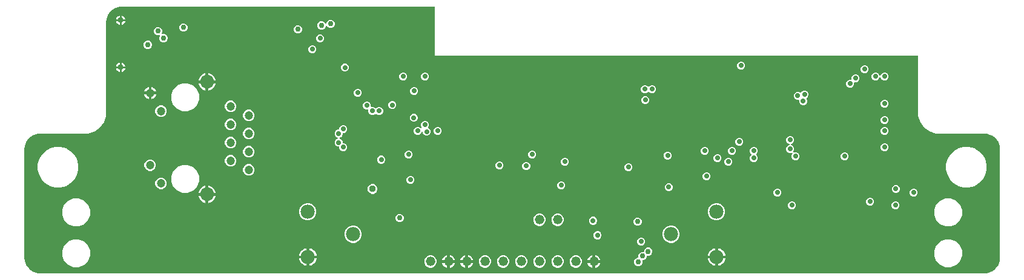
<source format=gbr>
G04 EAGLE Gerber RS-274X export*
G75*
%MOMM*%
%FSLAX34Y34*%
%LPD*%
%INCopper Layer 1*%
%IPPOS*%
%AMOC8*
5,1,8,0,0,1.08239X$1,22.5*%
G01*
%ADD10C,0.812800*%
%ADD11C,1.204800*%
%ADD12C,1.920000*%
%ADD13C,1.981200*%
%ADD14C,1.320800*%
%ADD15C,0.711200*%
%ADD16C,0.756400*%
%ADD17C,0.956400*%

G36*
X1346244Y3769D02*
X1346244Y3769D01*
X1346280Y3766D01*
X1349506Y4020D01*
X1349664Y4055D01*
X1349740Y4066D01*
X1355876Y6060D01*
X1356131Y6185D01*
X1356145Y6197D01*
X1356159Y6204D01*
X1361379Y9997D01*
X1361583Y10194D01*
X1361592Y10211D01*
X1361603Y10221D01*
X1365396Y15441D01*
X1365529Y15692D01*
X1365533Y15710D01*
X1365540Y15724D01*
X1367534Y21860D01*
X1367562Y22020D01*
X1367580Y22094D01*
X1367834Y25320D01*
X1367831Y25365D01*
X1367837Y25400D01*
X1367837Y177800D01*
X1367831Y177844D01*
X1367834Y177880D01*
X1367580Y181106D01*
X1367545Y181264D01*
X1367534Y181340D01*
X1365540Y187476D01*
X1365415Y187731D01*
X1365403Y187745D01*
X1365396Y187759D01*
X1361603Y192979D01*
X1361406Y193183D01*
X1361389Y193192D01*
X1361379Y193203D01*
X1356159Y196996D01*
X1355908Y197129D01*
X1355890Y197133D01*
X1355876Y197140D01*
X1349740Y199134D01*
X1349580Y199162D01*
X1349506Y199180D01*
X1346280Y199434D01*
X1346235Y199431D01*
X1346200Y199437D01*
X1278081Y199437D01*
X1269295Y202292D01*
X1261822Y207722D01*
X1256392Y215195D01*
X1253537Y223981D01*
X1253537Y307340D01*
X1253529Y307395D01*
X1253531Y307439D01*
X1253530Y307440D01*
X1253531Y307456D01*
X1253509Y307538D01*
X1253497Y307622D01*
X1253474Y307675D01*
X1253459Y307731D01*
X1253416Y307804D01*
X1253381Y307881D01*
X1253343Y307926D01*
X1253314Y307976D01*
X1253252Y308034D01*
X1253198Y308098D01*
X1253149Y308130D01*
X1253106Y308170D01*
X1253031Y308209D01*
X1252961Y308256D01*
X1252905Y308273D01*
X1252853Y308300D01*
X1252785Y308311D01*
X1252690Y308341D01*
X1252590Y308344D01*
X1252522Y308355D01*
X577595Y308355D01*
X577595Y376222D01*
X577587Y376280D01*
X577589Y376338D01*
X577567Y376420D01*
X577555Y376504D01*
X577532Y376557D01*
X577517Y376613D01*
X577474Y376686D01*
X577439Y376763D01*
X577401Y376808D01*
X577372Y376858D01*
X577310Y376916D01*
X577256Y376980D01*
X577207Y377012D01*
X577164Y377052D01*
X577089Y377091D01*
X577019Y377138D01*
X576963Y377155D01*
X576911Y377182D01*
X576843Y377193D01*
X576748Y377223D01*
X576648Y377226D01*
X576580Y377237D01*
X139700Y377237D01*
X139656Y377231D01*
X139620Y377234D01*
X136394Y376980D01*
X136236Y376945D01*
X136160Y376934D01*
X130024Y374940D01*
X129769Y374815D01*
X129755Y374803D01*
X129741Y374796D01*
X124521Y371003D01*
X124317Y370806D01*
X124308Y370789D01*
X124297Y370779D01*
X120504Y365559D01*
X120371Y365308D01*
X120367Y365290D01*
X120360Y365276D01*
X118366Y359140D01*
X118338Y358980D01*
X118320Y358906D01*
X118066Y355680D01*
X118069Y355635D01*
X118063Y355600D01*
X118063Y223981D01*
X115208Y215195D01*
X109778Y207722D01*
X102305Y202292D01*
X93519Y199437D01*
X25400Y199437D01*
X25356Y199431D01*
X25320Y199434D01*
X22094Y199180D01*
X21936Y199145D01*
X21860Y199134D01*
X15724Y197140D01*
X15469Y197015D01*
X15455Y197003D01*
X15441Y196996D01*
X10221Y193203D01*
X10017Y193006D01*
X10008Y192989D01*
X9997Y192979D01*
X6204Y187759D01*
X6071Y187508D01*
X6067Y187490D01*
X6060Y187476D01*
X4066Y181340D01*
X4038Y181180D01*
X4020Y181106D01*
X3766Y177880D01*
X3769Y177835D01*
X3763Y177800D01*
X3763Y25400D01*
X3769Y25356D01*
X3766Y25320D01*
X4020Y22094D01*
X4055Y21936D01*
X4066Y21860D01*
X6060Y15724D01*
X6185Y15469D01*
X6197Y15455D01*
X6204Y15441D01*
X9997Y10221D01*
X10194Y10017D01*
X10211Y10008D01*
X10221Y9997D01*
X15441Y6204D01*
X15692Y6071D01*
X15710Y6067D01*
X15724Y6060D01*
X21860Y4066D01*
X22020Y4038D01*
X22094Y4020D01*
X25320Y3766D01*
X25365Y3769D01*
X25400Y3763D01*
X1346200Y3763D01*
X1346244Y3769D01*
G37*
%LPC*%
G36*
X1317061Y123999D02*
X1317061Y123999D01*
X1309838Y125935D01*
X1303361Y129674D01*
X1298074Y134961D01*
X1294335Y141438D01*
X1292399Y148661D01*
X1292399Y156139D01*
X1294335Y163362D01*
X1298074Y169839D01*
X1303361Y175126D01*
X1309838Y178865D01*
X1317061Y180801D01*
X1324539Y180801D01*
X1331762Y178865D01*
X1338239Y175126D01*
X1343526Y169839D01*
X1347265Y163362D01*
X1349201Y156139D01*
X1349201Y148661D01*
X1347265Y141438D01*
X1343526Y134961D01*
X1338239Y129674D01*
X1331762Y125935D01*
X1324539Y123999D01*
X1317061Y123999D01*
G37*
%LPD*%
%LPC*%
G36*
X47061Y123999D02*
X47061Y123999D01*
X39838Y125935D01*
X33361Y129674D01*
X28074Y134961D01*
X24335Y141438D01*
X22399Y148661D01*
X22399Y156139D01*
X24335Y163362D01*
X28074Y169839D01*
X33361Y175126D01*
X39838Y178865D01*
X47061Y180801D01*
X54539Y180801D01*
X61762Y178865D01*
X68239Y175126D01*
X73526Y169839D01*
X77265Y163362D01*
X79201Y156139D01*
X79201Y148661D01*
X77265Y141438D01*
X73526Y134961D01*
X68239Y129674D01*
X61762Y125935D01*
X54539Y123999D01*
X47061Y123999D01*
G37*
%LPD*%
%LPC*%
G36*
X72319Y12239D02*
X72319Y12239D01*
X65148Y15210D01*
X59660Y20698D01*
X56689Y27869D01*
X56689Y35631D01*
X59660Y42802D01*
X65148Y48290D01*
X72319Y51261D01*
X80081Y51261D01*
X87252Y48290D01*
X92740Y42802D01*
X95711Y35631D01*
X95711Y27869D01*
X92740Y20698D01*
X87252Y15210D01*
X80081Y12239D01*
X72319Y12239D01*
G37*
%LPD*%
%LPC*%
G36*
X1291519Y69389D02*
X1291519Y69389D01*
X1284348Y72360D01*
X1278860Y77848D01*
X1275889Y85019D01*
X1275889Y92781D01*
X1278860Y99952D01*
X1284348Y105440D01*
X1291519Y108411D01*
X1299281Y108411D01*
X1306452Y105440D01*
X1311940Y99952D01*
X1314911Y92781D01*
X1314911Y85019D01*
X1311940Y77848D01*
X1306452Y72360D01*
X1299281Y69389D01*
X1291519Y69389D01*
G37*
%LPD*%
%LPC*%
G36*
X72319Y69389D02*
X72319Y69389D01*
X65148Y72360D01*
X59660Y77848D01*
X56689Y85019D01*
X56689Y92781D01*
X59660Y99952D01*
X65148Y105440D01*
X72319Y108411D01*
X80081Y108411D01*
X87252Y105440D01*
X92740Y99952D01*
X95711Y92781D01*
X95711Y85019D01*
X92740Y77848D01*
X87252Y72360D01*
X80081Y69389D01*
X72319Y69389D01*
G37*
%LPD*%
%LPC*%
G36*
X1291519Y12239D02*
X1291519Y12239D01*
X1284348Y15210D01*
X1278860Y20698D01*
X1275889Y27869D01*
X1275889Y35631D01*
X1278860Y42802D01*
X1284348Y48290D01*
X1291519Y51261D01*
X1299281Y51261D01*
X1306452Y48290D01*
X1311940Y42802D01*
X1314911Y35631D01*
X1314911Y27869D01*
X1311940Y20698D01*
X1306452Y15210D01*
X1299281Y12239D01*
X1291519Y12239D01*
G37*
%LPD*%
%LPC*%
G36*
X224711Y116397D02*
X224711Y116397D01*
X217543Y119366D01*
X212058Y124852D01*
X209089Y132019D01*
X209089Y139777D01*
X212058Y146944D01*
X217543Y152430D01*
X224711Y155399D01*
X232469Y155399D01*
X239636Y152430D01*
X245121Y146944D01*
X248090Y139777D01*
X248090Y132019D01*
X245121Y124852D01*
X239636Y119366D01*
X232469Y116397D01*
X224711Y116397D01*
G37*
%LPD*%
%LPC*%
G36*
X224711Y230697D02*
X224711Y230697D01*
X217543Y233666D01*
X212058Y239152D01*
X209089Y246319D01*
X209089Y254077D01*
X212058Y261244D01*
X217543Y266730D01*
X224711Y269699D01*
X232469Y269699D01*
X239636Y266730D01*
X245121Y261244D01*
X248090Y254077D01*
X248090Y246319D01*
X245121Y239152D01*
X239636Y233666D01*
X232469Y230697D01*
X224711Y230697D01*
G37*
%LPD*%
%LPC*%
G36*
X969175Y78231D02*
X969175Y78231D01*
X964787Y80049D01*
X961429Y83407D01*
X959611Y87795D01*
X959611Y92545D01*
X961429Y96933D01*
X964787Y100291D01*
X969175Y102109D01*
X973925Y102109D01*
X978313Y100291D01*
X981671Y96933D01*
X983489Y92545D01*
X983489Y87795D01*
X981671Y83407D01*
X978313Y80049D01*
X973925Y78231D01*
X969175Y78231D01*
G37*
%LPD*%
%LPC*%
G36*
X461175Y46481D02*
X461175Y46481D01*
X456787Y48299D01*
X453429Y51657D01*
X451611Y56045D01*
X451611Y60795D01*
X453429Y65183D01*
X456787Y68541D01*
X461175Y70359D01*
X465925Y70359D01*
X470313Y68541D01*
X473671Y65183D01*
X475489Y60795D01*
X475489Y56045D01*
X473671Y51657D01*
X470313Y48299D01*
X465925Y46481D01*
X461175Y46481D01*
G37*
%LPD*%
%LPC*%
G36*
X397675Y78231D02*
X397675Y78231D01*
X393287Y80049D01*
X389929Y83407D01*
X388111Y87795D01*
X388111Y92545D01*
X389929Y96933D01*
X393287Y100291D01*
X397675Y102109D01*
X402425Y102109D01*
X406813Y100291D01*
X410171Y96933D01*
X411989Y92545D01*
X411989Y87795D01*
X410171Y83407D01*
X406813Y80049D01*
X402425Y78231D01*
X397675Y78231D01*
G37*
%LPD*%
%LPC*%
G36*
X905675Y46481D02*
X905675Y46481D01*
X901287Y48299D01*
X897929Y51657D01*
X896111Y56045D01*
X896111Y60795D01*
X897929Y65183D01*
X901287Y68541D01*
X905675Y70359D01*
X910425Y70359D01*
X914813Y68541D01*
X918171Y65183D01*
X919989Y60795D01*
X919989Y56045D01*
X918171Y51657D01*
X914813Y48299D01*
X910425Y46481D01*
X905675Y46481D01*
G37*
%LPD*%
%LPC*%
G36*
X448468Y174751D02*
X448468Y174751D01*
X446414Y175602D01*
X444842Y177174D01*
X443991Y179228D01*
X443991Y180202D01*
X443983Y180260D01*
X443985Y180318D01*
X443963Y180400D01*
X443951Y180483D01*
X443928Y180537D01*
X443913Y180593D01*
X443870Y180666D01*
X443835Y180743D01*
X443797Y180787D01*
X443768Y180838D01*
X443706Y180895D01*
X443652Y180960D01*
X443603Y180992D01*
X443560Y181032D01*
X443485Y181071D01*
X443415Y181117D01*
X443359Y181135D01*
X443307Y181162D01*
X443239Y181173D01*
X443144Y181203D01*
X443044Y181206D01*
X442976Y181217D01*
X442003Y181217D01*
X439948Y182068D01*
X438376Y183640D01*
X437525Y185694D01*
X437525Y187917D01*
X438376Y189972D01*
X439948Y191544D01*
X441296Y192102D01*
X441322Y192117D01*
X441350Y192126D01*
X441444Y192189D01*
X441541Y192247D01*
X441561Y192268D01*
X441586Y192284D01*
X441659Y192371D01*
X441736Y192453D01*
X441750Y192479D01*
X441769Y192502D01*
X441815Y192605D01*
X441867Y192706D01*
X441872Y192735D01*
X441884Y192762D01*
X441900Y192874D01*
X441922Y192985D01*
X441919Y193014D01*
X441923Y193043D01*
X441907Y193155D01*
X441897Y193268D01*
X441887Y193295D01*
X441882Y193324D01*
X441836Y193428D01*
X441795Y193533D01*
X441777Y193557D01*
X441765Y193584D01*
X441692Y193670D01*
X441624Y193760D01*
X441600Y193778D01*
X441581Y193800D01*
X441514Y193842D01*
X441396Y193930D01*
X441337Y193952D01*
X441296Y193978D01*
X439948Y194536D01*
X438376Y196108D01*
X437525Y198163D01*
X437525Y200386D01*
X438376Y202440D01*
X439948Y204012D01*
X442003Y204863D01*
X442976Y204863D01*
X443034Y204871D01*
X443092Y204870D01*
X443174Y204891D01*
X443258Y204903D01*
X443311Y204927D01*
X443367Y204941D01*
X443440Y204984D01*
X443517Y205019D01*
X443562Y205057D01*
X443612Y205087D01*
X443670Y205148D01*
X443734Y205203D01*
X443766Y205251D01*
X443806Y205294D01*
X443845Y205369D01*
X443892Y205439D01*
X443909Y205495D01*
X443936Y205547D01*
X443947Y205615D01*
X443977Y205710D01*
X443980Y205810D01*
X443991Y205878D01*
X443991Y206852D01*
X444842Y208906D01*
X446414Y210478D01*
X448468Y211329D01*
X450692Y211329D01*
X452746Y210478D01*
X454318Y208906D01*
X455169Y206852D01*
X455169Y204628D01*
X454318Y202574D01*
X452746Y201002D01*
X450692Y200151D01*
X449718Y200151D01*
X449660Y200143D01*
X449602Y200145D01*
X449520Y200123D01*
X449437Y200111D01*
X449383Y200088D01*
X449327Y200073D01*
X449254Y200030D01*
X449177Y199995D01*
X449133Y199957D01*
X449082Y199928D01*
X449025Y199866D01*
X448960Y199812D01*
X448928Y199763D01*
X448888Y199720D01*
X448849Y199645D01*
X448803Y199575D01*
X448785Y199519D01*
X448758Y199467D01*
X448747Y199399D01*
X448717Y199304D01*
X448714Y199204D01*
X448703Y199136D01*
X448703Y198163D01*
X447852Y196108D01*
X446280Y194536D01*
X444932Y193978D01*
X444907Y193963D01*
X444879Y193954D01*
X444785Y193891D01*
X444687Y193833D01*
X444667Y193812D01*
X444643Y193796D01*
X444570Y193709D01*
X444492Y193627D01*
X444479Y193601D01*
X444460Y193578D01*
X444414Y193475D01*
X444362Y193374D01*
X444356Y193345D01*
X444344Y193318D01*
X444329Y193206D01*
X444307Y193095D01*
X444309Y193066D01*
X444305Y193037D01*
X444322Y192925D01*
X444331Y192812D01*
X444342Y192785D01*
X444346Y192755D01*
X444393Y192652D01*
X444433Y192547D01*
X444451Y192523D01*
X444463Y192496D01*
X444536Y192410D01*
X444605Y192320D01*
X444628Y192302D01*
X444647Y192280D01*
X444714Y192238D01*
X444833Y192150D01*
X444891Y192128D01*
X444932Y192102D01*
X446280Y191544D01*
X447852Y189972D01*
X448703Y187917D01*
X448703Y186944D01*
X448711Y186886D01*
X448710Y186828D01*
X448731Y186746D01*
X448743Y186662D01*
X448767Y186609D01*
X448781Y186553D01*
X448824Y186480D01*
X448859Y186403D01*
X448897Y186358D01*
X448927Y186308D01*
X448988Y186250D01*
X449043Y186186D01*
X449091Y186154D01*
X449134Y186114D01*
X449209Y186075D01*
X449279Y186028D01*
X449335Y186011D01*
X449387Y185984D01*
X449455Y185973D01*
X449550Y185943D01*
X449650Y185940D01*
X449718Y185929D01*
X450692Y185929D01*
X452746Y185078D01*
X454318Y183506D01*
X455169Y181452D01*
X455169Y179228D01*
X454318Y177174D01*
X452746Y175602D01*
X450692Y174751D01*
X448468Y174751D01*
G37*
%LPD*%
%LPC*%
G36*
X860693Y13715D02*
X860693Y13715D01*
X858556Y14601D01*
X856921Y16236D01*
X856035Y18373D01*
X856035Y20687D01*
X856921Y22824D01*
X858556Y24459D01*
X860693Y25345D01*
X861152Y25345D01*
X861265Y25361D01*
X861380Y25371D01*
X861406Y25381D01*
X861433Y25385D01*
X861538Y25431D01*
X861645Y25473D01*
X861667Y25489D01*
X861693Y25501D01*
X861780Y25575D01*
X861872Y25644D01*
X861889Y25667D01*
X861910Y25684D01*
X861973Y25780D01*
X862042Y25872D01*
X862052Y25898D01*
X862067Y25921D01*
X862102Y26031D01*
X862142Y26138D01*
X862145Y26166D01*
X862153Y26192D01*
X862156Y26307D01*
X862165Y26421D01*
X862160Y26446D01*
X862160Y26476D01*
X862093Y26733D01*
X862090Y26749D01*
X862075Y26783D01*
X862075Y29097D01*
X862961Y31234D01*
X864596Y32869D01*
X866733Y33755D01*
X869115Y33755D01*
X869173Y33763D01*
X869232Y33761D01*
X869313Y33783D01*
X869397Y33795D01*
X869450Y33818D01*
X869507Y33833D01*
X869579Y33876D01*
X869656Y33911D01*
X869701Y33949D01*
X869751Y33978D01*
X869809Y34040D01*
X869873Y34094D01*
X869906Y34143D01*
X869946Y34186D01*
X869984Y34261D01*
X870031Y34331D01*
X870049Y34387D01*
X870075Y34439D01*
X870087Y34507D01*
X870117Y34602D01*
X870119Y34702D01*
X870131Y34770D01*
X870131Y35593D01*
X871016Y37730D01*
X872652Y39366D01*
X874789Y40251D01*
X877102Y40251D01*
X879239Y39366D01*
X880875Y37730D01*
X881760Y35593D01*
X881760Y33280D01*
X880875Y31142D01*
X879239Y29507D01*
X877102Y28622D01*
X874720Y28622D01*
X874662Y28613D01*
X874604Y28615D01*
X874522Y28594D01*
X874438Y28582D01*
X874385Y28558D01*
X874329Y28543D01*
X874256Y28500D01*
X874179Y28465D01*
X874134Y28428D01*
X874084Y28398D01*
X874026Y28336D01*
X873962Y28282D01*
X873930Y28233D01*
X873890Y28191D01*
X873851Y28115D01*
X873804Y28045D01*
X873787Y27989D01*
X873760Y27937D01*
X873749Y27869D01*
X873719Y27774D01*
X873716Y27674D01*
X873705Y27606D01*
X873705Y26783D01*
X872819Y24646D01*
X871184Y23011D01*
X869047Y22125D01*
X868588Y22125D01*
X868475Y22109D01*
X868360Y22099D01*
X868334Y22089D01*
X868307Y22085D01*
X868202Y22039D01*
X868095Y21997D01*
X868073Y21981D01*
X868047Y21969D01*
X867960Y21895D01*
X867868Y21826D01*
X867851Y21803D01*
X867830Y21786D01*
X867767Y21690D01*
X867698Y21598D01*
X867688Y21572D01*
X867673Y21549D01*
X867638Y21439D01*
X867598Y21332D01*
X867595Y21304D01*
X867587Y21278D01*
X867584Y21163D01*
X867575Y21049D01*
X867580Y21024D01*
X867580Y20994D01*
X867647Y20737D01*
X867650Y20721D01*
X867665Y20687D01*
X867665Y18373D01*
X866779Y16236D01*
X865144Y14601D01*
X863007Y13715D01*
X860693Y13715D01*
G37*
%LPD*%
%LPC*%
G36*
X565220Y196425D02*
X565220Y196425D01*
X563166Y197276D01*
X561594Y198848D01*
X560718Y200962D01*
X560703Y200987D01*
X560694Y201015D01*
X560631Y201110D01*
X560574Y201207D01*
X560552Y201227D01*
X560536Y201252D01*
X560449Y201325D01*
X560367Y201402D01*
X560341Y201416D01*
X560318Y201435D01*
X560215Y201481D01*
X560114Y201532D01*
X560086Y201538D01*
X560059Y201550D01*
X559946Y201566D01*
X559835Y201587D01*
X559806Y201585D01*
X559777Y201589D01*
X559665Y201573D01*
X559552Y201563D01*
X559525Y201552D01*
X559496Y201548D01*
X559393Y201502D01*
X559287Y201461D01*
X559263Y201443D01*
X559237Y201431D01*
X559151Y201358D01*
X559060Y201289D01*
X559043Y201266D01*
X559020Y201247D01*
X558979Y201180D01*
X558890Y201062D01*
X558868Y201003D01*
X558842Y200962D01*
X558458Y200034D01*
X556886Y198462D01*
X554832Y197611D01*
X552608Y197611D01*
X550554Y198462D01*
X548982Y200034D01*
X548131Y202088D01*
X548131Y204312D01*
X548982Y206366D01*
X550554Y207938D01*
X552608Y208789D01*
X554832Y208789D01*
X556886Y207938D01*
X557487Y207337D01*
X557555Y207286D01*
X557618Y207226D01*
X557668Y207200D01*
X557714Y207166D01*
X557794Y207136D01*
X557870Y207096D01*
X557926Y207085D01*
X557979Y207065D01*
X558065Y207058D01*
X558149Y207041D01*
X558206Y207046D01*
X558263Y207041D01*
X558347Y207058D01*
X558433Y207066D01*
X558486Y207086D01*
X558541Y207097D01*
X558618Y207137D01*
X558698Y207168D01*
X558743Y207202D01*
X558794Y207228D01*
X558856Y207287D01*
X558925Y207339D01*
X558959Y207385D01*
X559000Y207424D01*
X559043Y207498D01*
X559095Y207567D01*
X559115Y207620D01*
X559144Y207669D01*
X559165Y207753D01*
X559195Y207833D01*
X559200Y207890D01*
X559214Y207945D01*
X559211Y208031D01*
X559218Y208116D01*
X559207Y208165D01*
X559205Y208229D01*
X559160Y208367D01*
X559142Y208443D01*
X558291Y210498D01*
X558291Y212722D01*
X559142Y214776D01*
X560714Y216348D01*
X562768Y217199D01*
X564992Y217199D01*
X567046Y216348D01*
X568618Y214776D01*
X569469Y212722D01*
X569469Y210498D01*
X568541Y208258D01*
X568532Y208223D01*
X568495Y208140D01*
X568491Y208114D01*
X568482Y208089D01*
X568474Y207999D01*
X568470Y207982D01*
X568470Y207963D01*
X568456Y207859D01*
X568460Y207832D01*
X568457Y207806D01*
X568478Y207703D01*
X568478Y207698D01*
X568480Y207691D01*
X568497Y207577D01*
X568508Y207553D01*
X568513Y207527D01*
X568566Y207424D01*
X568614Y207318D01*
X568631Y207298D01*
X568643Y207274D01*
X568723Y207190D01*
X568798Y207102D01*
X568818Y207089D01*
X568839Y207068D01*
X569078Y206926D01*
X569083Y206924D01*
X569498Y206752D01*
X571070Y205180D01*
X571920Y203126D01*
X571920Y200902D01*
X571070Y198848D01*
X569498Y197276D01*
X567443Y196425D01*
X565220Y196425D01*
G37*
%LPD*%
%LPC*%
G36*
X1080928Y162051D02*
X1080928Y162051D01*
X1078874Y162902D01*
X1077302Y164474D01*
X1076451Y166528D01*
X1076451Y168752D01*
X1077302Y170806D01*
X1077344Y170848D01*
X1077396Y170917D01*
X1077455Y170979D01*
X1077481Y171030D01*
X1077515Y171075D01*
X1077546Y171155D01*
X1077585Y171232D01*
X1077596Y171288D01*
X1077616Y171341D01*
X1077624Y171426D01*
X1077640Y171511D01*
X1077635Y171567D01*
X1077640Y171624D01*
X1077623Y171708D01*
X1077616Y171794D01*
X1077595Y171847D01*
X1077584Y171903D01*
X1077544Y171979D01*
X1077514Y172059D01*
X1077479Y172105D01*
X1077453Y172155D01*
X1077394Y172217D01*
X1077342Y172286D01*
X1077297Y172320D01*
X1077257Y172361D01*
X1077183Y172405D01*
X1077114Y172456D01*
X1077061Y172476D01*
X1077012Y172505D01*
X1076929Y172526D01*
X1076848Y172557D01*
X1076792Y172561D01*
X1076737Y172575D01*
X1076651Y172572D01*
X1076565Y172579D01*
X1076517Y172568D01*
X1076452Y172566D01*
X1076314Y172521D01*
X1076238Y172504D01*
X1075532Y172211D01*
X1073308Y172211D01*
X1071254Y173062D01*
X1069682Y174634D01*
X1068831Y176688D01*
X1068831Y178912D01*
X1069682Y180966D01*
X1071254Y182538D01*
X1072882Y183212D01*
X1072907Y183227D01*
X1072935Y183236D01*
X1073029Y183299D01*
X1073127Y183357D01*
X1073147Y183378D01*
X1073171Y183394D01*
X1073244Y183481D01*
X1073322Y183563D01*
X1073335Y183589D01*
X1073354Y183612D01*
X1073400Y183715D01*
X1073452Y183816D01*
X1073458Y183845D01*
X1073470Y183872D01*
X1073485Y183984D01*
X1073507Y184095D01*
X1073504Y184124D01*
X1073508Y184153D01*
X1073492Y184265D01*
X1073483Y184378D01*
X1073472Y184405D01*
X1073468Y184435D01*
X1073421Y184538D01*
X1073380Y184643D01*
X1073363Y184667D01*
X1073351Y184694D01*
X1073277Y184780D01*
X1073209Y184870D01*
X1073185Y184888D01*
X1073166Y184910D01*
X1073100Y184952D01*
X1072981Y185040D01*
X1072923Y185062D01*
X1072882Y185088D01*
X1071254Y185762D01*
X1069682Y187334D01*
X1068831Y189388D01*
X1068831Y191612D01*
X1069682Y193666D01*
X1071254Y195238D01*
X1073308Y196089D01*
X1075532Y196089D01*
X1077586Y195238D01*
X1079158Y193666D01*
X1080009Y191612D01*
X1080009Y189388D01*
X1079158Y187334D01*
X1077586Y185762D01*
X1075958Y185088D01*
X1075933Y185073D01*
X1075905Y185064D01*
X1075811Y185001D01*
X1075713Y184943D01*
X1075693Y184922D01*
X1075669Y184906D01*
X1075596Y184819D01*
X1075518Y184737D01*
X1075505Y184711D01*
X1075486Y184688D01*
X1075440Y184585D01*
X1075388Y184484D01*
X1075382Y184455D01*
X1075370Y184428D01*
X1075355Y184316D01*
X1075333Y184205D01*
X1075336Y184176D01*
X1075332Y184147D01*
X1075348Y184035D01*
X1075357Y183922D01*
X1075368Y183895D01*
X1075372Y183866D01*
X1075419Y183762D01*
X1075459Y183657D01*
X1075477Y183633D01*
X1075489Y183606D01*
X1075563Y183520D01*
X1075631Y183430D01*
X1075655Y183412D01*
X1075674Y183390D01*
X1075740Y183348D01*
X1075859Y183260D01*
X1075917Y183238D01*
X1075958Y183212D01*
X1077586Y182538D01*
X1079158Y180966D01*
X1080009Y178912D01*
X1080009Y176688D01*
X1079158Y174634D01*
X1079116Y174592D01*
X1079064Y174523D01*
X1079005Y174461D01*
X1078979Y174410D01*
X1078945Y174365D01*
X1078914Y174285D01*
X1078875Y174208D01*
X1078864Y174152D01*
X1078844Y174099D01*
X1078836Y174014D01*
X1078820Y173929D01*
X1078825Y173873D01*
X1078820Y173816D01*
X1078837Y173732D01*
X1078844Y173646D01*
X1078865Y173593D01*
X1078876Y173537D01*
X1078916Y173461D01*
X1078946Y173381D01*
X1078981Y173335D01*
X1079007Y173285D01*
X1079066Y173223D01*
X1079118Y173154D01*
X1079163Y173120D01*
X1079203Y173079D01*
X1079277Y173035D01*
X1079346Y172984D01*
X1079399Y172964D01*
X1079448Y172935D01*
X1079531Y172914D01*
X1079612Y172883D01*
X1079668Y172879D01*
X1079723Y172865D01*
X1079809Y172868D01*
X1079895Y172861D01*
X1079943Y172872D01*
X1080008Y172874D01*
X1080146Y172919D01*
X1080222Y172936D01*
X1080928Y173229D01*
X1083152Y173229D01*
X1085206Y172378D01*
X1086778Y170806D01*
X1087629Y168752D01*
X1087629Y166528D01*
X1086778Y164474D01*
X1085206Y162902D01*
X1083152Y162051D01*
X1080928Y162051D01*
G37*
%LPD*%
%LPC*%
G36*
X498704Y225551D02*
X498704Y225551D01*
X496650Y226402D01*
X495704Y227348D01*
X495658Y227383D01*
X495617Y227426D01*
X495545Y227468D01*
X495477Y227519D01*
X495423Y227540D01*
X495372Y227569D01*
X495290Y227590D01*
X495212Y227620D01*
X495153Y227625D01*
X495097Y227639D01*
X495012Y227637D01*
X494928Y227644D01*
X494871Y227632D01*
X494812Y227630D01*
X494732Y227604D01*
X494649Y227588D01*
X494598Y227561D01*
X494542Y227543D01*
X494486Y227503D01*
X494397Y227457D01*
X494325Y227388D01*
X494269Y227348D01*
X493354Y226434D01*
X491300Y225583D01*
X489077Y225583D01*
X487023Y226434D01*
X485451Y228006D01*
X484600Y230060D01*
X484600Y232156D01*
X484592Y232214D01*
X484593Y232272D01*
X484572Y232354D01*
X484560Y232438D01*
X484536Y232491D01*
X484521Y232547D01*
X484478Y232620D01*
X484444Y232697D01*
X484406Y232742D01*
X484376Y232792D01*
X484314Y232850D01*
X484260Y232914D01*
X484211Y232946D01*
X484169Y232986D01*
X484094Y233025D01*
X484023Y233072D01*
X483968Y233089D01*
X483916Y233116D01*
X483847Y233127D01*
X483752Y233157D01*
X483653Y233160D01*
X483584Y233171D01*
X481488Y233171D01*
X479434Y234022D01*
X477862Y235594D01*
X477011Y237648D01*
X477011Y239872D01*
X477862Y241926D01*
X479434Y243498D01*
X481488Y244349D01*
X483712Y244349D01*
X485766Y243498D01*
X487338Y241926D01*
X488189Y239872D01*
X488189Y237776D01*
X488197Y237718D01*
X488195Y237659D01*
X488217Y237578D01*
X488229Y237494D01*
X488252Y237441D01*
X488267Y237384D01*
X488310Y237312D01*
X488345Y237235D01*
X488383Y237190D01*
X488412Y237140D01*
X488474Y237082D01*
X488528Y237018D01*
X488577Y236985D01*
X488620Y236945D01*
X488695Y236907D01*
X488765Y236860D01*
X488821Y236842D01*
X488873Y236816D01*
X488941Y236804D01*
X489036Y236774D01*
X489136Y236772D01*
X489204Y236760D01*
X491300Y236760D01*
X493354Y235909D01*
X494300Y234964D01*
X494347Y234928D01*
X494387Y234886D01*
X494460Y234843D01*
X494527Y234793D01*
X494582Y234772D01*
X494632Y234742D01*
X494714Y234721D01*
X494793Y234691D01*
X494851Y234687D01*
X494908Y234672D01*
X494992Y234675D01*
X495076Y234668D01*
X495134Y234679D01*
X495192Y234681D01*
X495272Y234707D01*
X495355Y234724D01*
X495407Y234751D01*
X495463Y234769D01*
X495519Y234809D01*
X495607Y234855D01*
X495680Y234923D01*
X495736Y234964D01*
X496650Y235878D01*
X498704Y236729D01*
X500928Y236729D01*
X502982Y235878D01*
X504554Y234306D01*
X505405Y232252D01*
X505405Y230028D01*
X504554Y227974D01*
X502982Y226402D01*
X500928Y225551D01*
X498704Y225551D01*
G37*
%LPD*%
%LPC*%
G36*
X1091448Y239041D02*
X1091448Y239041D01*
X1089394Y239892D01*
X1087822Y241464D01*
X1086971Y243518D01*
X1086971Y245646D01*
X1086963Y245704D01*
X1086964Y245762D01*
X1086943Y245844D01*
X1086931Y245928D01*
X1086907Y245981D01*
X1086892Y246037D01*
X1086849Y246110D01*
X1086815Y246187D01*
X1086777Y246232D01*
X1086747Y246282D01*
X1086686Y246340D01*
X1086631Y246404D01*
X1086583Y246436D01*
X1086540Y246476D01*
X1086465Y246515D01*
X1086395Y246562D01*
X1086339Y246579D01*
X1086287Y246606D01*
X1086219Y246617D01*
X1086123Y246647D01*
X1086024Y246650D01*
X1085956Y246661D01*
X1083828Y246661D01*
X1081774Y247512D01*
X1080202Y249084D01*
X1079351Y251138D01*
X1079351Y253362D01*
X1080202Y255416D01*
X1081774Y256988D01*
X1083828Y257839D01*
X1086051Y257839D01*
X1088132Y256977D01*
X1088161Y256955D01*
X1088249Y256881D01*
X1088275Y256869D01*
X1088297Y256853D01*
X1088404Y256812D01*
X1088509Y256765D01*
X1088537Y256761D01*
X1088563Y256752D01*
X1088677Y256742D01*
X1088791Y256726D01*
X1088818Y256730D01*
X1088846Y256728D01*
X1088958Y256751D01*
X1089072Y256767D01*
X1089097Y256778D01*
X1089125Y256784D01*
X1089226Y256837D01*
X1089331Y256884D01*
X1089352Y256902D01*
X1089377Y256915D01*
X1089460Y256994D01*
X1089548Y257068D01*
X1089561Y257090D01*
X1089583Y257111D01*
X1089718Y257341D01*
X1089726Y257353D01*
X1089752Y257416D01*
X1091324Y258988D01*
X1093378Y259839D01*
X1095601Y259839D01*
X1097655Y258988D01*
X1099227Y257416D01*
X1100078Y255362D01*
X1100078Y253139D01*
X1099227Y251085D01*
X1097655Y249513D01*
X1097592Y249486D01*
X1097493Y249428D01*
X1097391Y249375D01*
X1097371Y249356D01*
X1097347Y249342D01*
X1097268Y249258D01*
X1097185Y249179D01*
X1097171Y249155D01*
X1097152Y249135D01*
X1097100Y249033D01*
X1097041Y248934D01*
X1097035Y248907D01*
X1097022Y248883D01*
X1097000Y248770D01*
X1096971Y248659D01*
X1096972Y248631D01*
X1096967Y248604D01*
X1096977Y248489D01*
X1096980Y248374D01*
X1096989Y248348D01*
X1096991Y248320D01*
X1097033Y248213D01*
X1097068Y248104D01*
X1097082Y248084D01*
X1097093Y248055D01*
X1097254Y247842D01*
X1097263Y247831D01*
X1097297Y247796D01*
X1098148Y245742D01*
X1098148Y243518D01*
X1097297Y241464D01*
X1095725Y239892D01*
X1093671Y239041D01*
X1091448Y239041D01*
G37*
%LPD*%
%LPC*%
G36*
X569782Y11683D02*
X569782Y11683D01*
X566608Y12998D01*
X564178Y15428D01*
X562863Y18602D01*
X562863Y22038D01*
X564178Y25212D01*
X566608Y27642D01*
X569782Y28957D01*
X573218Y28957D01*
X576392Y27642D01*
X578822Y25212D01*
X580137Y22038D01*
X580137Y18602D01*
X578822Y15428D01*
X576392Y12998D01*
X573218Y11683D01*
X569782Y11683D01*
G37*
%LPD*%
%LPC*%
G36*
X722182Y11683D02*
X722182Y11683D01*
X719008Y12998D01*
X716578Y15428D01*
X715263Y18602D01*
X715263Y22038D01*
X716578Y25212D01*
X719008Y27642D01*
X722182Y28957D01*
X725618Y28957D01*
X728792Y27642D01*
X731222Y25212D01*
X732537Y22038D01*
X732537Y18602D01*
X731222Y15428D01*
X728792Y12998D01*
X725618Y11683D01*
X722182Y11683D01*
G37*
%LPD*%
%LPC*%
G36*
X722182Y70103D02*
X722182Y70103D01*
X719008Y71418D01*
X716578Y73848D01*
X715263Y77022D01*
X715263Y80458D01*
X716578Y83632D01*
X719008Y86062D01*
X722182Y87377D01*
X725618Y87377D01*
X728792Y86062D01*
X731222Y83632D01*
X732537Y80458D01*
X732537Y77022D01*
X731222Y73848D01*
X728792Y71418D01*
X725618Y70103D01*
X722182Y70103D01*
G37*
%LPD*%
%LPC*%
G36*
X747582Y70103D02*
X747582Y70103D01*
X744408Y71418D01*
X741978Y73848D01*
X740663Y77022D01*
X740663Y80458D01*
X741978Y83632D01*
X744408Y86062D01*
X747582Y87377D01*
X751018Y87377D01*
X754192Y86062D01*
X756622Y83632D01*
X757937Y80458D01*
X757937Y77022D01*
X756622Y73848D01*
X754192Y71418D01*
X751018Y70103D01*
X747582Y70103D01*
G37*
%LPD*%
%LPC*%
G36*
X772982Y11683D02*
X772982Y11683D01*
X769808Y12998D01*
X767378Y15428D01*
X766063Y18602D01*
X766063Y22038D01*
X767378Y25212D01*
X769808Y27642D01*
X772982Y28957D01*
X776418Y28957D01*
X779592Y27642D01*
X782022Y25212D01*
X783337Y22038D01*
X783337Y18602D01*
X782022Y15428D01*
X779592Y12998D01*
X776418Y11683D01*
X772982Y11683D01*
G37*
%LPD*%
%LPC*%
G36*
X645982Y11683D02*
X645982Y11683D01*
X642808Y12998D01*
X640378Y15428D01*
X639063Y18602D01*
X639063Y22038D01*
X640378Y25212D01*
X642808Y27642D01*
X645982Y28957D01*
X649418Y28957D01*
X652592Y27642D01*
X655022Y25212D01*
X656337Y22038D01*
X656337Y18602D01*
X655022Y15428D01*
X652592Y12998D01*
X649418Y11683D01*
X645982Y11683D01*
G37*
%LPD*%
%LPC*%
G36*
X671382Y11683D02*
X671382Y11683D01*
X668208Y12998D01*
X665778Y15428D01*
X664463Y18602D01*
X664463Y22038D01*
X665778Y25212D01*
X668208Y27642D01*
X671382Y28957D01*
X674818Y28957D01*
X677992Y27642D01*
X680422Y25212D01*
X681737Y22038D01*
X681737Y18602D01*
X680422Y15428D01*
X677992Y12998D01*
X674818Y11683D01*
X671382Y11683D01*
G37*
%LPD*%
%LPC*%
G36*
X747582Y11683D02*
X747582Y11683D01*
X744408Y12998D01*
X741978Y15428D01*
X740663Y18602D01*
X740663Y22038D01*
X741978Y25212D01*
X744408Y27642D01*
X747582Y28957D01*
X751018Y28957D01*
X754192Y27642D01*
X756622Y25212D01*
X757937Y22038D01*
X757937Y18602D01*
X756622Y15428D01*
X754192Y12998D01*
X751018Y11683D01*
X747582Y11683D01*
G37*
%LPD*%
%LPC*%
G36*
X696782Y11683D02*
X696782Y11683D01*
X693608Y12998D01*
X691178Y15428D01*
X689863Y18602D01*
X689863Y22038D01*
X691178Y25212D01*
X693608Y27642D01*
X696782Y28957D01*
X700218Y28957D01*
X703392Y27642D01*
X705822Y25212D01*
X707137Y22038D01*
X707137Y18602D01*
X705822Y15428D01*
X703392Y12998D01*
X700218Y11683D01*
X696782Y11683D01*
G37*
%LPD*%
%LPC*%
G36*
X417943Y344781D02*
X417943Y344781D01*
X415806Y345667D01*
X414171Y347302D01*
X413285Y349439D01*
X413285Y351753D01*
X414171Y353890D01*
X415806Y355525D01*
X417943Y356411D01*
X420257Y356411D01*
X422394Y355525D01*
X424029Y353890D01*
X424032Y353884D01*
X424076Y353810D01*
X424111Y353731D01*
X424148Y353688D01*
X424176Y353639D01*
X424239Y353580D01*
X424295Y353514D01*
X424342Y353483D01*
X424383Y353444D01*
X424460Y353404D01*
X424531Y353357D01*
X424585Y353339D01*
X424636Y353313D01*
X424720Y353297D01*
X424802Y353271D01*
X424859Y353269D01*
X424915Y353258D01*
X425000Y353266D01*
X425086Y353264D01*
X425141Y353278D01*
X425198Y353283D01*
X425278Y353314D01*
X425361Y353335D01*
X425410Y353364D01*
X425463Y353385D01*
X425532Y353437D01*
X425606Y353481D01*
X425645Y353522D01*
X425690Y353556D01*
X425742Y353625D01*
X425800Y353688D01*
X425826Y353739D01*
X425860Y353784D01*
X425891Y353864D01*
X425930Y353941D01*
X425938Y353990D01*
X425961Y354050D01*
X425971Y354183D01*
X426871Y356354D01*
X428506Y357989D01*
X430643Y358875D01*
X432957Y358875D01*
X435094Y357989D01*
X436729Y356354D01*
X437615Y354217D01*
X437615Y351903D01*
X436729Y349766D01*
X435094Y348131D01*
X432957Y347245D01*
X430643Y347245D01*
X428506Y348131D01*
X426871Y349766D01*
X426868Y349772D01*
X426824Y349846D01*
X426789Y349925D01*
X426752Y349968D01*
X426724Y350017D01*
X426661Y350076D01*
X426605Y350142D01*
X426558Y350173D01*
X426517Y350212D01*
X426440Y350252D01*
X426369Y350299D01*
X426315Y350317D01*
X426264Y350343D01*
X426180Y350359D01*
X426098Y350385D01*
X426041Y350387D01*
X425985Y350398D01*
X425900Y350390D01*
X425814Y350392D01*
X425759Y350378D01*
X425702Y350373D01*
X425622Y350342D01*
X425539Y350321D01*
X425490Y350292D01*
X425437Y350271D01*
X425368Y350219D01*
X425294Y350175D01*
X425255Y350134D01*
X425210Y350100D01*
X425158Y350031D01*
X425100Y349968D01*
X425074Y349917D01*
X425040Y349872D01*
X425009Y349792D01*
X424970Y349715D01*
X424962Y349666D01*
X424939Y349606D01*
X424929Y349473D01*
X424029Y347302D01*
X422394Y345667D01*
X420257Y344781D01*
X417943Y344781D01*
G37*
%LPD*%
%LPC*%
G36*
X197087Y327207D02*
X197087Y327207D01*
X194950Y328093D01*
X193315Y329728D01*
X192429Y331865D01*
X192429Y334179D01*
X193105Y335809D01*
X193112Y335838D01*
X193126Y335864D01*
X193147Y335975D01*
X193176Y336084D01*
X193175Y336114D01*
X193181Y336143D01*
X193171Y336256D01*
X193168Y336369D01*
X193159Y336397D01*
X193156Y336426D01*
X193115Y336532D01*
X193081Y336639D01*
X193065Y336664D01*
X193054Y336691D01*
X192986Y336781D01*
X192923Y336876D01*
X192900Y336894D01*
X192882Y336918D01*
X192792Y336986D01*
X192705Y337059D01*
X192678Y337070D01*
X192655Y337088D01*
X192549Y337128D01*
X192445Y337174D01*
X192416Y337178D01*
X192389Y337188D01*
X192276Y337197D01*
X192164Y337213D01*
X192135Y337209D01*
X192105Y337211D01*
X192029Y337193D01*
X191882Y337172D01*
X191825Y337147D01*
X191778Y337136D01*
X191657Y337085D01*
X189343Y337085D01*
X187206Y337971D01*
X185571Y339606D01*
X184685Y341743D01*
X184685Y344057D01*
X185571Y346194D01*
X187206Y347829D01*
X189343Y348715D01*
X191657Y348715D01*
X193794Y347829D01*
X195429Y346194D01*
X196315Y344057D01*
X196315Y341743D01*
X195639Y340113D01*
X195632Y340084D01*
X195619Y340058D01*
X195597Y339947D01*
X195568Y339838D01*
X195569Y339808D01*
X195564Y339779D01*
X195573Y339667D01*
X195577Y339553D01*
X195585Y339525D01*
X195588Y339496D01*
X195629Y339391D01*
X195663Y339283D01*
X195680Y339258D01*
X195690Y339231D01*
X195758Y339141D01*
X195821Y339046D01*
X195844Y339028D01*
X195862Y339004D01*
X195952Y338936D01*
X196039Y338864D01*
X196066Y338852D01*
X196089Y338834D01*
X196195Y338794D01*
X196299Y338748D01*
X196328Y338744D01*
X196355Y338734D01*
X196468Y338725D01*
X196580Y338709D01*
X196609Y338713D01*
X196639Y338711D01*
X196715Y338729D01*
X196862Y338750D01*
X196919Y338776D01*
X196966Y338786D01*
X197087Y338837D01*
X199401Y338837D01*
X201538Y337951D01*
X203174Y336316D01*
X204059Y334179D01*
X204059Y331865D01*
X203174Y329728D01*
X201538Y328093D01*
X199401Y327207D01*
X197087Y327207D01*
G37*
%LPD*%
%LPC*%
G36*
X290487Y178641D02*
X290487Y178641D01*
X287526Y179868D01*
X285259Y182134D01*
X284033Y185095D01*
X284033Y188300D01*
X285259Y191262D01*
X287526Y193528D01*
X290487Y194755D01*
X293692Y194755D01*
X296653Y193528D01*
X298920Y191262D01*
X300146Y188300D01*
X300146Y185095D01*
X298920Y182134D01*
X296653Y179868D01*
X293692Y178641D01*
X290487Y178641D01*
G37*
%LPD*%
%LPC*%
G36*
X193201Y121729D02*
X193201Y121729D01*
X190240Y122955D01*
X187974Y125221D01*
X186747Y128183D01*
X186747Y131388D01*
X187974Y134349D01*
X190240Y136615D01*
X193201Y137842D01*
X196406Y137842D01*
X199368Y136615D01*
X201634Y134349D01*
X202860Y131388D01*
X202860Y128183D01*
X201634Y125221D01*
X199368Y122955D01*
X196406Y121729D01*
X193201Y121729D01*
G37*
%LPD*%
%LPC*%
G36*
X315887Y216741D02*
X315887Y216741D01*
X312926Y217968D01*
X310659Y220234D01*
X309433Y223195D01*
X309433Y226400D01*
X310659Y229362D01*
X312926Y231628D01*
X315887Y232855D01*
X319092Y232855D01*
X322053Y231628D01*
X324320Y229362D01*
X325546Y226400D01*
X325546Y223195D01*
X324320Y220234D01*
X322053Y217968D01*
X319092Y216741D01*
X315887Y216741D01*
G37*
%LPD*%
%LPC*%
G36*
X315887Y140541D02*
X315887Y140541D01*
X312926Y141768D01*
X310659Y144034D01*
X309433Y146995D01*
X309433Y150200D01*
X310659Y153162D01*
X312926Y155428D01*
X315887Y156655D01*
X319092Y156655D01*
X322053Y155428D01*
X324320Y153162D01*
X325546Y150200D01*
X325546Y146995D01*
X324320Y144034D01*
X322053Y141768D01*
X319092Y140541D01*
X315887Y140541D01*
G37*
%LPD*%
%LPC*%
G36*
X315887Y191341D02*
X315887Y191341D01*
X312926Y192568D01*
X310659Y194834D01*
X309433Y197795D01*
X309433Y201000D01*
X310659Y203962D01*
X312926Y206228D01*
X315887Y207455D01*
X319092Y207455D01*
X322053Y206228D01*
X324320Y203962D01*
X325546Y201000D01*
X325546Y197795D01*
X324320Y194834D01*
X322053Y192568D01*
X319092Y191341D01*
X315887Y191341D01*
G37*
%LPD*%
%LPC*%
G36*
X178006Y147147D02*
X178006Y147147D01*
X175045Y148374D01*
X172779Y150640D01*
X171552Y153601D01*
X171552Y156806D01*
X172779Y159768D01*
X175045Y162034D01*
X178006Y163261D01*
X181211Y163261D01*
X184173Y162034D01*
X186439Y159768D01*
X187665Y156806D01*
X187665Y153601D01*
X186439Y150640D01*
X184173Y148374D01*
X181211Y147147D01*
X178006Y147147D01*
G37*
%LPD*%
%LPC*%
G36*
X290487Y153241D02*
X290487Y153241D01*
X287526Y154468D01*
X285259Y156734D01*
X284033Y159695D01*
X284033Y162900D01*
X285259Y165862D01*
X287526Y168128D01*
X290487Y169355D01*
X293692Y169355D01*
X296653Y168128D01*
X298920Y165862D01*
X300146Y162900D01*
X300146Y159695D01*
X298920Y156734D01*
X296653Y154468D01*
X293692Y153241D01*
X290487Y153241D01*
G37*
%LPD*%
%LPC*%
G36*
X193206Y222847D02*
X193206Y222847D01*
X190245Y224074D01*
X187979Y226340D01*
X186752Y229301D01*
X186752Y232506D01*
X187979Y235468D01*
X190245Y237734D01*
X193206Y238961D01*
X196411Y238961D01*
X199373Y237734D01*
X201639Y235468D01*
X202865Y232506D01*
X202865Y229301D01*
X201639Y226340D01*
X199373Y224074D01*
X196411Y222847D01*
X193206Y222847D01*
G37*
%LPD*%
%LPC*%
G36*
X290487Y204041D02*
X290487Y204041D01*
X287526Y205268D01*
X285259Y207534D01*
X284033Y210495D01*
X284033Y213700D01*
X285259Y216662D01*
X287526Y218928D01*
X290487Y220155D01*
X293692Y220155D01*
X296653Y218928D01*
X298920Y216662D01*
X300146Y213700D01*
X300146Y210495D01*
X298920Y207534D01*
X296653Y205268D01*
X293692Y204041D01*
X290487Y204041D01*
G37*
%LPD*%
%LPC*%
G36*
X315887Y165941D02*
X315887Y165941D01*
X312926Y167168D01*
X310659Y169434D01*
X309433Y172395D01*
X309433Y175600D01*
X310659Y178562D01*
X312926Y180828D01*
X315887Y182055D01*
X319092Y182055D01*
X322053Y180828D01*
X324320Y178562D01*
X325546Y175600D01*
X325546Y172395D01*
X324320Y169434D01*
X322053Y167168D01*
X319092Y165941D01*
X315887Y165941D01*
G37*
%LPD*%
%LPC*%
G36*
X290487Y229441D02*
X290487Y229441D01*
X287526Y230668D01*
X285259Y232934D01*
X284033Y235895D01*
X284033Y239100D01*
X285259Y242062D01*
X287526Y244328D01*
X290487Y245555D01*
X293692Y245555D01*
X296653Y244328D01*
X298920Y242062D01*
X300146Y239100D01*
X300146Y235895D01*
X298920Y232934D01*
X296653Y230668D01*
X293692Y229441D01*
X290487Y229441D01*
G37*
%LPD*%
%LPC*%
G36*
X1192688Y273811D02*
X1192688Y273811D01*
X1190634Y274662D01*
X1189062Y276234D01*
X1188211Y278288D01*
X1188211Y280512D01*
X1189062Y282566D01*
X1190634Y284138D01*
X1192688Y284989D01*
X1194912Y284989D01*
X1196966Y284138D01*
X1198538Y282566D01*
X1199212Y280938D01*
X1199227Y280913D01*
X1199236Y280885D01*
X1199299Y280791D01*
X1199357Y280693D01*
X1199378Y280673D01*
X1199394Y280649D01*
X1199481Y280576D01*
X1199563Y280498D01*
X1199589Y280485D01*
X1199612Y280466D01*
X1199715Y280420D01*
X1199816Y280368D01*
X1199845Y280362D01*
X1199872Y280350D01*
X1199984Y280335D01*
X1200095Y280313D01*
X1200124Y280316D01*
X1200153Y280312D01*
X1200265Y280328D01*
X1200378Y280337D01*
X1200405Y280348D01*
X1200434Y280352D01*
X1200538Y280399D01*
X1200643Y280439D01*
X1200667Y280457D01*
X1200694Y280469D01*
X1200780Y280543D01*
X1200870Y280611D01*
X1200888Y280635D01*
X1200910Y280654D01*
X1200952Y280720D01*
X1201040Y280839D01*
X1201062Y280897D01*
X1201088Y280938D01*
X1201762Y282566D01*
X1203334Y284138D01*
X1205388Y284989D01*
X1207612Y284989D01*
X1209666Y284138D01*
X1211238Y282566D01*
X1212089Y280512D01*
X1212089Y278288D01*
X1211238Y276234D01*
X1209666Y274662D01*
X1207612Y273811D01*
X1205388Y273811D01*
X1203334Y274662D01*
X1201762Y276234D01*
X1201088Y277862D01*
X1201073Y277887D01*
X1201064Y277915D01*
X1201001Y278009D01*
X1200943Y278107D01*
X1200922Y278127D01*
X1200906Y278151D01*
X1200819Y278224D01*
X1200737Y278302D01*
X1200711Y278315D01*
X1200688Y278334D01*
X1200585Y278380D01*
X1200484Y278432D01*
X1200455Y278438D01*
X1200428Y278450D01*
X1200316Y278465D01*
X1200205Y278487D01*
X1200176Y278484D01*
X1200147Y278488D01*
X1200035Y278472D01*
X1199922Y278463D01*
X1199895Y278452D01*
X1199865Y278448D01*
X1199762Y278401D01*
X1199657Y278360D01*
X1199633Y278343D01*
X1199606Y278331D01*
X1199520Y278257D01*
X1199430Y278189D01*
X1199412Y278165D01*
X1199390Y278146D01*
X1199348Y278080D01*
X1199260Y277961D01*
X1199238Y277903D01*
X1199212Y277862D01*
X1198538Y276234D01*
X1196966Y274662D01*
X1194912Y273811D01*
X1192688Y273811D01*
G37*
%LPD*%
%LPC*%
G36*
X1157128Y263651D02*
X1157128Y263651D01*
X1155074Y264502D01*
X1153502Y266074D01*
X1152651Y268128D01*
X1152651Y270352D01*
X1153502Y272406D01*
X1155074Y273978D01*
X1157128Y274829D01*
X1159256Y274829D01*
X1159314Y274837D01*
X1159372Y274835D01*
X1159454Y274857D01*
X1159538Y274869D01*
X1159591Y274892D01*
X1159647Y274907D01*
X1159720Y274950D01*
X1159797Y274985D01*
X1159842Y275023D01*
X1159892Y275052D01*
X1159950Y275114D01*
X1160014Y275168D01*
X1160046Y275217D01*
X1160086Y275260D01*
X1160125Y275335D01*
X1160172Y275405D01*
X1160189Y275461D01*
X1160216Y275513D01*
X1160227Y275581D01*
X1160257Y275676D01*
X1160260Y275776D01*
X1160271Y275844D01*
X1160271Y277972D01*
X1161122Y280026D01*
X1162694Y281598D01*
X1164748Y282449D01*
X1166972Y282449D01*
X1169026Y281598D01*
X1170598Y280026D01*
X1171449Y277972D01*
X1171449Y275748D01*
X1170598Y273694D01*
X1169026Y272122D01*
X1166972Y271271D01*
X1164844Y271271D01*
X1164786Y271263D01*
X1164728Y271265D01*
X1164646Y271243D01*
X1164562Y271231D01*
X1164509Y271208D01*
X1164453Y271193D01*
X1164380Y271150D01*
X1164303Y271115D01*
X1164258Y271077D01*
X1164208Y271048D01*
X1164150Y270986D01*
X1164086Y270932D01*
X1164054Y270883D01*
X1164014Y270840D01*
X1163975Y270765D01*
X1163928Y270695D01*
X1163911Y270639D01*
X1163884Y270587D01*
X1163873Y270519D01*
X1163843Y270424D01*
X1163840Y270324D01*
X1163829Y270256D01*
X1163829Y268128D01*
X1162978Y266074D01*
X1161406Y264502D01*
X1159352Y263651D01*
X1157128Y263651D01*
G37*
%LPD*%
%LPC*%
G36*
X1022508Y159511D02*
X1022508Y159511D01*
X1020454Y160362D01*
X1018882Y161934D01*
X1018031Y163988D01*
X1018031Y166212D01*
X1018882Y168266D01*
X1020078Y169462D01*
X1020114Y169509D01*
X1020156Y169549D01*
X1020199Y169622D01*
X1020249Y169689D01*
X1020270Y169744D01*
X1020300Y169794D01*
X1020321Y169876D01*
X1020351Y169955D01*
X1020355Y170013D01*
X1020370Y170070D01*
X1020367Y170154D01*
X1020374Y170238D01*
X1020363Y170296D01*
X1020361Y170354D01*
X1020335Y170434D01*
X1020318Y170517D01*
X1020291Y170569D01*
X1020273Y170625D01*
X1020233Y170681D01*
X1020187Y170769D01*
X1020119Y170842D01*
X1020078Y170898D01*
X1018882Y172094D01*
X1018031Y174148D01*
X1018031Y176372D01*
X1018882Y178426D01*
X1020454Y179998D01*
X1022508Y180849D01*
X1024732Y180849D01*
X1026786Y179998D01*
X1028358Y178426D01*
X1029209Y176372D01*
X1029209Y174148D01*
X1028358Y172094D01*
X1027162Y170898D01*
X1027126Y170851D01*
X1027084Y170811D01*
X1027041Y170738D01*
X1026991Y170671D01*
X1026970Y170616D01*
X1026940Y170566D01*
X1026920Y170484D01*
X1026889Y170405D01*
X1026885Y170347D01*
X1026870Y170290D01*
X1026873Y170206D01*
X1026866Y170122D01*
X1026877Y170064D01*
X1026879Y170006D01*
X1026905Y169926D01*
X1026922Y169843D01*
X1026949Y169791D01*
X1026967Y169735D01*
X1027007Y169679D01*
X1027053Y169591D01*
X1027122Y169518D01*
X1027162Y169462D01*
X1028358Y168266D01*
X1029209Y166212D01*
X1029209Y163988D01*
X1028358Y161934D01*
X1026786Y160362D01*
X1024732Y159511D01*
X1022508Y159511D01*
G37*
%LPD*%
%LPC*%
G36*
X870108Y256031D02*
X870108Y256031D01*
X868054Y256882D01*
X866482Y258454D01*
X865631Y260508D01*
X865631Y262732D01*
X866482Y264786D01*
X868054Y266358D01*
X870108Y267209D01*
X872332Y267209D01*
X874386Y266358D01*
X875582Y265162D01*
X875629Y265126D01*
X875669Y265084D01*
X875742Y265041D01*
X875809Y264991D01*
X875864Y264970D01*
X875914Y264940D01*
X875996Y264920D01*
X876075Y264889D01*
X876133Y264885D01*
X876190Y264870D01*
X876274Y264873D01*
X876358Y264866D01*
X876416Y264877D01*
X876474Y264879D01*
X876554Y264905D01*
X876637Y264922D01*
X876689Y264949D01*
X876745Y264967D01*
X876801Y265007D01*
X876889Y265053D01*
X876962Y265122D01*
X877018Y265162D01*
X878214Y266358D01*
X880268Y267209D01*
X882492Y267209D01*
X884546Y266358D01*
X886118Y264786D01*
X886969Y262732D01*
X886969Y260508D01*
X886118Y258454D01*
X884546Y256882D01*
X882492Y256031D01*
X880268Y256031D01*
X878214Y256882D01*
X877018Y258078D01*
X876971Y258114D01*
X876931Y258156D01*
X876858Y258199D01*
X876791Y258249D01*
X876736Y258270D01*
X876686Y258300D01*
X876604Y258321D01*
X876525Y258351D01*
X876467Y258355D01*
X876410Y258370D01*
X876326Y258367D01*
X876242Y258374D01*
X876184Y258363D01*
X876126Y258361D01*
X876046Y258335D01*
X875963Y258318D01*
X875911Y258291D01*
X875855Y258273D01*
X875799Y258233D01*
X875711Y258187D01*
X875638Y258119D01*
X875582Y258078D01*
X874386Y256882D01*
X872332Y256031D01*
X870108Y256031D01*
G37*
%LPD*%
%LPC*%
G36*
X489249Y115061D02*
X489249Y115061D01*
X486744Y116099D01*
X484827Y118016D01*
X483790Y120520D01*
X483790Y123232D01*
X484827Y125736D01*
X486744Y127653D01*
X489249Y128691D01*
X491960Y128691D01*
X494465Y127653D01*
X496382Y125736D01*
X497419Y123232D01*
X497419Y120520D01*
X496382Y118016D01*
X494465Y116099D01*
X491960Y115061D01*
X489249Y115061D01*
G37*
%LPD*%
%LPC*%
G36*
X224903Y342165D02*
X224903Y342165D01*
X222766Y343051D01*
X221131Y344686D01*
X220245Y346823D01*
X220245Y349137D01*
X221131Y351274D01*
X222766Y352909D01*
X224903Y353795D01*
X227217Y353795D01*
X229354Y352909D01*
X230989Y351274D01*
X231875Y349137D01*
X231875Y346823D01*
X230989Y344686D01*
X229354Y343051D01*
X227217Y342165D01*
X224903Y342165D01*
G37*
%LPD*%
%LPC*%
G36*
X527163Y75465D02*
X527163Y75465D01*
X525026Y76351D01*
X523391Y77986D01*
X522505Y80123D01*
X522505Y82437D01*
X523391Y84574D01*
X525026Y86209D01*
X527163Y87095D01*
X529477Y87095D01*
X531614Y86209D01*
X533249Y84574D01*
X534135Y82437D01*
X534135Y80123D01*
X533249Y77986D01*
X531614Y76351D01*
X529477Y75465D01*
X527163Y75465D01*
G37*
%LPD*%
%LPC*%
G36*
X859903Y70385D02*
X859903Y70385D01*
X857766Y71271D01*
X856131Y72906D01*
X855245Y75043D01*
X855245Y77357D01*
X856131Y79494D01*
X857766Y81129D01*
X859903Y82015D01*
X862217Y82015D01*
X864354Y81129D01*
X865989Y79494D01*
X866875Y77357D01*
X866875Y75043D01*
X865989Y72906D01*
X864354Y71271D01*
X862217Y70385D01*
X859903Y70385D01*
G37*
%LPD*%
%LPC*%
G36*
X384923Y339625D02*
X384923Y339625D01*
X382786Y340511D01*
X381151Y342146D01*
X380265Y344283D01*
X380265Y346597D01*
X381151Y348734D01*
X382786Y350369D01*
X384923Y351255D01*
X387237Y351255D01*
X389374Y350369D01*
X391009Y348734D01*
X391895Y346597D01*
X391895Y344283D01*
X391009Y342146D01*
X389374Y340511D01*
X387237Y339625D01*
X384923Y339625D01*
G37*
%LPD*%
%LPC*%
G36*
X175354Y318016D02*
X175354Y318016D01*
X173217Y318902D01*
X171582Y320537D01*
X170696Y322674D01*
X170696Y324988D01*
X171582Y327125D01*
X173217Y328760D01*
X175354Y329646D01*
X177668Y329646D01*
X179805Y328760D01*
X181440Y327125D01*
X182326Y324988D01*
X182326Y322674D01*
X181440Y320537D01*
X179805Y318902D01*
X177668Y318016D01*
X175354Y318016D01*
G37*
%LPD*%
%LPC*%
G36*
X580548Y197611D02*
X580548Y197611D01*
X578494Y198462D01*
X576922Y200034D01*
X576071Y202088D01*
X576071Y204312D01*
X576922Y206366D01*
X578494Y207938D01*
X580548Y208789D01*
X582772Y208789D01*
X584826Y207938D01*
X586398Y206366D01*
X587249Y204312D01*
X587249Y202088D01*
X586398Y200034D01*
X584826Y198462D01*
X582772Y197611D01*
X580548Y197611D01*
G37*
%LPD*%
%LPC*%
G36*
X1205388Y197611D02*
X1205388Y197611D01*
X1203334Y198462D01*
X1201762Y200034D01*
X1200911Y202088D01*
X1200911Y204312D01*
X1201762Y206366D01*
X1203334Y207938D01*
X1205388Y208789D01*
X1207612Y208789D01*
X1209666Y207938D01*
X1211238Y206366D01*
X1212089Y204312D01*
X1212089Y202088D01*
X1211238Y200034D01*
X1209666Y198462D01*
X1207612Y197611D01*
X1205388Y197611D01*
G37*
%LPD*%
%LPC*%
G36*
X1205388Y212851D02*
X1205388Y212851D01*
X1203334Y213702D01*
X1201762Y215274D01*
X1200911Y217328D01*
X1200911Y219552D01*
X1201762Y221606D01*
X1203334Y223178D01*
X1205388Y224029D01*
X1207612Y224029D01*
X1209666Y223178D01*
X1211238Y221606D01*
X1212089Y219552D01*
X1212089Y217328D01*
X1211238Y215274D01*
X1209666Y213702D01*
X1207612Y212851D01*
X1205388Y212851D01*
G37*
%LPD*%
%LPC*%
G36*
X547093Y215827D02*
X547093Y215827D01*
X545039Y216678D01*
X543467Y218250D01*
X542616Y220304D01*
X542616Y222527D01*
X543467Y224581D01*
X545039Y226153D01*
X547093Y227004D01*
X549316Y227004D01*
X551370Y226153D01*
X552942Y224581D01*
X553793Y222527D01*
X553793Y220304D01*
X552942Y218250D01*
X551370Y216678D01*
X549316Y215827D01*
X547093Y215827D01*
G37*
%LPD*%
%LPC*%
G36*
X1002188Y182371D02*
X1002188Y182371D01*
X1000134Y183222D01*
X998562Y184794D01*
X997711Y186848D01*
X997711Y189072D01*
X998562Y191126D01*
X1000134Y192698D01*
X1002188Y193549D01*
X1004412Y193549D01*
X1006466Y192698D01*
X1008038Y191126D01*
X1008889Y189072D01*
X1008889Y186848D01*
X1008038Y184794D01*
X1006466Y183222D01*
X1004412Y182371D01*
X1002188Y182371D01*
G37*
%LPD*%
%LPC*%
G36*
X1205388Y174751D02*
X1205388Y174751D01*
X1203334Y175602D01*
X1201762Y177174D01*
X1200911Y179228D01*
X1200911Y181452D01*
X1201762Y183506D01*
X1203334Y185078D01*
X1205388Y185929D01*
X1207612Y185929D01*
X1209666Y185078D01*
X1211238Y183506D01*
X1212089Y181452D01*
X1212089Y179228D01*
X1211238Y177174D01*
X1209666Y175602D01*
X1207612Y174751D01*
X1205388Y174751D01*
G37*
%LPD*%
%LPC*%
G36*
X517048Y233905D02*
X517048Y233905D01*
X514994Y234756D01*
X513422Y236328D01*
X512571Y238382D01*
X512571Y240606D01*
X513422Y242660D01*
X514994Y244232D01*
X517048Y245083D01*
X519272Y245083D01*
X521326Y244232D01*
X522898Y242660D01*
X523749Y240606D01*
X523749Y238382D01*
X522898Y236328D01*
X521326Y234756D01*
X519272Y233905D01*
X517048Y233905D01*
G37*
%LPD*%
%LPC*%
G36*
X992028Y169671D02*
X992028Y169671D01*
X989974Y170522D01*
X988402Y172094D01*
X987551Y174148D01*
X987551Y176372D01*
X988402Y178426D01*
X989974Y179998D01*
X992028Y180849D01*
X994252Y180849D01*
X996306Y179998D01*
X997878Y178426D01*
X998729Y176372D01*
X998729Y174148D01*
X997878Y172094D01*
X996306Y170522D01*
X994252Y169671D01*
X992028Y169671D01*
G37*
%LPD*%
%LPC*%
G36*
X953928Y169671D02*
X953928Y169671D01*
X951874Y170522D01*
X950302Y172094D01*
X949451Y174148D01*
X949451Y176372D01*
X950302Y178426D01*
X951874Y179998D01*
X953928Y180849D01*
X956152Y180849D01*
X958206Y179998D01*
X959778Y178426D01*
X960629Y176372D01*
X960629Y174148D01*
X959778Y172094D01*
X958206Y170522D01*
X956152Y169671D01*
X953928Y169671D01*
G37*
%LPD*%
%LPC*%
G36*
X1205388Y235711D02*
X1205388Y235711D01*
X1203334Y236562D01*
X1201762Y238134D01*
X1200911Y240188D01*
X1200911Y242412D01*
X1201762Y244466D01*
X1203334Y246038D01*
X1205388Y246889D01*
X1207612Y246889D01*
X1209666Y246038D01*
X1211238Y244466D01*
X1212089Y242412D01*
X1212089Y240188D01*
X1211238Y238134D01*
X1209666Y236562D01*
X1207612Y235711D01*
X1205388Y235711D01*
G37*
%LPD*%
%LPC*%
G36*
X870783Y240791D02*
X870783Y240791D01*
X868728Y241642D01*
X867156Y243214D01*
X866305Y245268D01*
X866305Y247492D01*
X867156Y249546D01*
X868728Y251118D01*
X870783Y251969D01*
X873006Y251969D01*
X875060Y251118D01*
X876632Y249546D01*
X877483Y247492D01*
X877483Y245268D01*
X876632Y243214D01*
X875060Y241642D01*
X873006Y240791D01*
X870783Y240791D01*
G37*
%LPD*%
%LPC*%
G36*
X562768Y273811D02*
X562768Y273811D01*
X560714Y274662D01*
X559142Y276234D01*
X558291Y278288D01*
X558291Y280512D01*
X559142Y282566D01*
X560714Y284138D01*
X562768Y284989D01*
X564992Y284989D01*
X567046Y284138D01*
X568618Y282566D01*
X569469Y280512D01*
X569469Y278288D01*
X568618Y276234D01*
X567046Y274662D01*
X564992Y273811D01*
X562768Y273811D01*
G37*
%LPD*%
%LPC*%
G36*
X712628Y164591D02*
X712628Y164591D01*
X710574Y165442D01*
X709002Y167014D01*
X708151Y169068D01*
X708151Y171292D01*
X709002Y173346D01*
X710574Y174918D01*
X712628Y175769D01*
X714852Y175769D01*
X716906Y174918D01*
X718478Y173346D01*
X719329Y171292D01*
X719329Y169068D01*
X718478Y167014D01*
X716906Y165442D01*
X714852Y164591D01*
X712628Y164591D01*
G37*
%LPD*%
%LPC*%
G36*
X539908Y164591D02*
X539908Y164591D01*
X537854Y165442D01*
X536282Y167014D01*
X535431Y169068D01*
X535431Y171292D01*
X536282Y173346D01*
X537854Y174918D01*
X539908Y175769D01*
X542132Y175769D01*
X544186Y174918D01*
X545758Y173346D01*
X546609Y171292D01*
X546609Y169068D01*
X545758Y167014D01*
X544186Y165442D01*
X542132Y164591D01*
X539908Y164591D01*
G37*
%LPD*%
%LPC*%
G36*
X902109Y163071D02*
X902109Y163071D01*
X900055Y163922D01*
X898483Y165494D01*
X897632Y167548D01*
X897632Y169771D01*
X898483Y171825D01*
X900055Y173397D01*
X902109Y174248D01*
X904332Y174248D01*
X906386Y173397D01*
X907958Y171825D01*
X908809Y169771D01*
X908809Y167548D01*
X907958Y165494D01*
X906386Y163922D01*
X904332Y163071D01*
X902109Y163071D01*
G37*
%LPD*%
%LPC*%
G36*
X1149508Y162051D02*
X1149508Y162051D01*
X1147454Y162902D01*
X1145882Y164474D01*
X1145031Y166528D01*
X1145031Y168752D01*
X1145882Y170806D01*
X1147454Y172378D01*
X1149508Y173229D01*
X1151732Y173229D01*
X1153786Y172378D01*
X1155358Y170806D01*
X1156209Y168752D01*
X1156209Y166528D01*
X1155358Y164474D01*
X1153786Y162902D01*
X1151732Y162051D01*
X1149508Y162051D01*
G37*
%LPD*%
%LPC*%
G36*
X971708Y159511D02*
X971708Y159511D01*
X969654Y160362D01*
X968082Y161934D01*
X967231Y163988D01*
X967231Y166212D01*
X968082Y168266D01*
X969654Y169838D01*
X971708Y170689D01*
X973932Y170689D01*
X975986Y169838D01*
X977558Y168266D01*
X978409Y166212D01*
X978409Y163988D01*
X977558Y161934D01*
X975986Y160362D01*
X973932Y159511D01*
X971708Y159511D01*
G37*
%LPD*%
%LPC*%
G36*
X532288Y273811D02*
X532288Y273811D01*
X530234Y274662D01*
X528662Y276234D01*
X527811Y278288D01*
X527811Y280512D01*
X528662Y282566D01*
X530234Y284138D01*
X532288Y284989D01*
X534512Y284989D01*
X536566Y284138D01*
X538138Y282566D01*
X538989Y280512D01*
X538989Y278288D01*
X538138Y276234D01*
X536566Y274662D01*
X534512Y273811D01*
X532288Y273811D01*
G37*
%LPD*%
%LPC*%
G36*
X501688Y157320D02*
X501688Y157320D01*
X499634Y158171D01*
X498062Y159743D01*
X497211Y161797D01*
X497211Y164020D01*
X498062Y166075D01*
X499634Y167647D01*
X501688Y168498D01*
X503912Y168498D01*
X505966Y167647D01*
X507538Y166075D01*
X508389Y164020D01*
X508389Y161797D01*
X507538Y159743D01*
X505966Y158171D01*
X503912Y157320D01*
X501688Y157320D01*
G37*
%LPD*%
%LPC*%
G36*
X986948Y154431D02*
X986948Y154431D01*
X984894Y155282D01*
X983322Y156854D01*
X982471Y158908D01*
X982471Y161132D01*
X983322Y163186D01*
X984894Y164758D01*
X986948Y165609D01*
X989172Y165609D01*
X991226Y164758D01*
X992798Y163186D01*
X993649Y161132D01*
X993649Y158908D01*
X992798Y156854D01*
X991226Y155282D01*
X989172Y154431D01*
X986948Y154431D01*
G37*
%LPD*%
%LPC*%
G36*
X758348Y154431D02*
X758348Y154431D01*
X756294Y155282D01*
X754722Y156854D01*
X753871Y158908D01*
X753871Y161132D01*
X754722Y163186D01*
X756294Y164758D01*
X758348Y165609D01*
X760572Y165609D01*
X762626Y164758D01*
X764198Y163186D01*
X765049Y161132D01*
X765049Y158908D01*
X764198Y156854D01*
X762626Y155282D01*
X760572Y154431D01*
X758348Y154431D01*
G37*
%LPD*%
%LPC*%
G36*
X416025Y327151D02*
X416025Y327151D01*
X413971Y328002D01*
X412399Y329574D01*
X411548Y331628D01*
X411548Y333852D01*
X412399Y335906D01*
X413971Y337478D01*
X416025Y338329D01*
X418249Y338329D01*
X420303Y337478D01*
X421875Y335906D01*
X422726Y333852D01*
X422726Y331628D01*
X421875Y329574D01*
X420303Y328002D01*
X418249Y327151D01*
X416025Y327151D01*
G37*
%LPD*%
%LPC*%
G36*
X666908Y149325D02*
X666908Y149325D01*
X664854Y150176D01*
X663282Y151748D01*
X662431Y153802D01*
X662431Y156026D01*
X663282Y158080D01*
X664854Y159652D01*
X666908Y160503D01*
X669132Y160503D01*
X671186Y159652D01*
X672758Y158080D01*
X673609Y156026D01*
X673609Y153802D01*
X672758Y151748D01*
X671186Y150176D01*
X669132Y149325D01*
X666908Y149325D01*
G37*
%LPD*%
%LPC*%
G36*
X704287Y148630D02*
X704287Y148630D01*
X702233Y149481D01*
X700661Y151053D01*
X699810Y153107D01*
X699810Y155331D01*
X700661Y157385D01*
X702233Y158957D01*
X704287Y159808D01*
X706511Y159808D01*
X708565Y158957D01*
X710137Y157385D01*
X710988Y155331D01*
X710988Y153107D01*
X710137Y151053D01*
X708565Y149481D01*
X706511Y148630D01*
X704287Y148630D01*
G37*
%LPD*%
%LPC*%
G36*
X847248Y146811D02*
X847248Y146811D01*
X845194Y147662D01*
X843622Y149234D01*
X842771Y151288D01*
X842771Y153512D01*
X843622Y155566D01*
X845194Y157138D01*
X847248Y157989D01*
X849472Y157989D01*
X851526Y157138D01*
X853098Y155566D01*
X853949Y153512D01*
X853949Y151288D01*
X853098Y149234D01*
X851526Y147662D01*
X849472Y146811D01*
X847248Y146811D01*
G37*
%LPD*%
%LPC*%
G36*
X468788Y250951D02*
X468788Y250951D01*
X466734Y251802D01*
X465162Y253374D01*
X464311Y255428D01*
X464311Y257652D01*
X465162Y259706D01*
X466734Y261278D01*
X468788Y262129D01*
X471012Y262129D01*
X473066Y261278D01*
X474638Y259706D01*
X475489Y257652D01*
X475489Y255428D01*
X474638Y253374D01*
X473066Y251802D01*
X471012Y250951D01*
X468788Y250951D01*
G37*
%LPD*%
%LPC*%
G36*
X797803Y71796D02*
X797803Y71796D01*
X795749Y72647D01*
X794177Y74219D01*
X793326Y76273D01*
X793326Y78497D01*
X794177Y80551D01*
X795749Y82123D01*
X797803Y82974D01*
X800027Y82974D01*
X802081Y82123D01*
X803653Y80551D01*
X804504Y78497D01*
X804504Y76273D01*
X803653Y74219D01*
X802081Y72647D01*
X800027Y71796D01*
X797803Y71796D01*
G37*
%LPD*%
%LPC*%
G36*
X956468Y134111D02*
X956468Y134111D01*
X954414Y134962D01*
X952842Y136534D01*
X951991Y138588D01*
X951991Y140812D01*
X952842Y142866D01*
X954414Y144438D01*
X956468Y145289D01*
X958692Y145289D01*
X960746Y144438D01*
X962318Y142866D01*
X963169Y140812D01*
X963169Y138588D01*
X962318Y136534D01*
X960746Y134962D01*
X958692Y134111D01*
X956468Y134111D01*
G37*
%LPD*%
%LPC*%
G36*
X542448Y129031D02*
X542448Y129031D01*
X540394Y129882D01*
X538822Y131454D01*
X537971Y133508D01*
X537971Y135732D01*
X538822Y137786D01*
X540394Y139358D01*
X542448Y140209D01*
X544672Y140209D01*
X546726Y139358D01*
X548298Y137786D01*
X549149Y135732D01*
X549149Y133508D01*
X548298Y131454D01*
X546726Y129882D01*
X544672Y129031D01*
X542448Y129031D01*
G37*
%LPD*%
%LPC*%
G36*
X405288Y311911D02*
X405288Y311911D01*
X403234Y312762D01*
X401662Y314334D01*
X400811Y316388D01*
X400811Y318612D01*
X401662Y320666D01*
X403234Y322238D01*
X405288Y323089D01*
X407512Y323089D01*
X409566Y322238D01*
X411138Y320666D01*
X411989Y318612D01*
X411989Y316388D01*
X411138Y314334D01*
X409566Y312762D01*
X407512Y311911D01*
X405288Y311911D01*
G37*
%LPD*%
%LPC*%
G36*
X753268Y121411D02*
X753268Y121411D01*
X751214Y122262D01*
X749642Y123834D01*
X748791Y125888D01*
X748791Y128112D01*
X749642Y130166D01*
X751214Y131738D01*
X753268Y132589D01*
X755492Y132589D01*
X757546Y131738D01*
X759118Y130166D01*
X759969Y128112D01*
X759969Y125888D01*
X759118Y123834D01*
X757546Y122262D01*
X755492Y121411D01*
X753268Y121411D01*
G37*
%LPD*%
%LPC*%
G36*
X903633Y118871D02*
X903633Y118871D01*
X901579Y119722D01*
X900007Y121294D01*
X899156Y123348D01*
X899156Y125572D01*
X900007Y127626D01*
X901579Y129198D01*
X903633Y130049D01*
X905856Y130049D01*
X907910Y129198D01*
X909482Y127626D01*
X910333Y125572D01*
X910333Y123348D01*
X909482Y121294D01*
X907910Y119722D01*
X905856Y118871D01*
X903633Y118871D01*
G37*
%LPD*%
%LPC*%
G36*
X547528Y253491D02*
X547528Y253491D01*
X545474Y254342D01*
X543902Y255914D01*
X543051Y257968D01*
X543051Y260192D01*
X543902Y262246D01*
X545474Y263818D01*
X547528Y264669D01*
X549752Y264669D01*
X551806Y263818D01*
X553378Y262246D01*
X554229Y260192D01*
X554229Y257968D01*
X553378Y255914D01*
X551806Y254342D01*
X549752Y253491D01*
X547528Y253491D01*
G37*
%LPD*%
%LPC*%
G36*
X1221036Y116331D02*
X1221036Y116331D01*
X1218982Y117182D01*
X1217410Y118754D01*
X1216559Y120808D01*
X1216559Y123032D01*
X1217410Y125086D01*
X1218982Y126658D01*
X1221036Y127509D01*
X1223260Y127509D01*
X1225314Y126658D01*
X1226886Y125086D01*
X1227737Y123032D01*
X1227737Y120808D01*
X1226886Y118754D01*
X1225314Y117182D01*
X1223260Y116331D01*
X1221036Y116331D01*
G37*
%LPD*%
%LPC*%
G36*
X1075848Y93471D02*
X1075848Y93471D01*
X1073794Y94322D01*
X1072222Y95894D01*
X1071371Y97948D01*
X1071371Y100172D01*
X1072222Y102226D01*
X1073794Y103798D01*
X1075848Y104649D01*
X1078072Y104649D01*
X1080126Y103798D01*
X1081698Y102226D01*
X1082549Y100172D01*
X1082549Y97948D01*
X1081698Y95894D01*
X1080126Y94322D01*
X1078072Y93471D01*
X1075848Y93471D01*
G37*
%LPD*%
%LPC*%
G36*
X1004728Y289051D02*
X1004728Y289051D01*
X1002674Y289902D01*
X1001102Y291474D01*
X1000251Y293528D01*
X1000251Y295752D01*
X1001102Y297806D01*
X1002674Y299378D01*
X1004728Y300229D01*
X1006952Y300229D01*
X1009006Y299378D01*
X1010578Y297806D01*
X1011429Y295752D01*
X1011429Y293528D01*
X1010578Y291474D01*
X1009006Y289902D01*
X1006952Y289051D01*
X1004728Y289051D01*
G37*
%LPD*%
%LPC*%
G36*
X1246028Y111251D02*
X1246028Y111251D01*
X1243974Y112102D01*
X1242402Y113674D01*
X1241551Y115728D01*
X1241551Y117952D01*
X1242402Y120006D01*
X1243974Y121578D01*
X1246028Y122429D01*
X1248252Y122429D01*
X1250306Y121578D01*
X1251878Y120006D01*
X1252729Y117952D01*
X1252729Y115728D01*
X1251878Y113674D01*
X1250306Y112102D01*
X1248252Y111251D01*
X1246028Y111251D01*
G37*
%LPD*%
%LPC*%
G36*
X1055528Y111251D02*
X1055528Y111251D01*
X1053474Y112102D01*
X1051902Y113674D01*
X1051051Y115728D01*
X1051051Y117952D01*
X1051902Y120006D01*
X1053474Y121578D01*
X1055528Y122429D01*
X1057752Y122429D01*
X1059806Y121578D01*
X1061378Y120006D01*
X1062229Y117952D01*
X1062229Y115728D01*
X1061378Y113674D01*
X1059806Y112102D01*
X1057752Y111251D01*
X1055528Y111251D01*
G37*
%LPD*%
%LPC*%
G36*
X1220628Y93471D02*
X1220628Y93471D01*
X1218574Y94322D01*
X1217002Y95894D01*
X1216151Y97948D01*
X1216151Y100172D01*
X1217002Y102226D01*
X1218574Y103798D01*
X1220628Y104649D01*
X1222852Y104649D01*
X1224906Y103798D01*
X1226478Y102226D01*
X1227329Y100172D01*
X1227329Y97948D01*
X1226478Y95894D01*
X1224906Y94322D01*
X1222852Y93471D01*
X1220628Y93471D01*
G37*
%LPD*%
%LPC*%
G36*
X450843Y286346D02*
X450843Y286346D01*
X448789Y287197D01*
X447217Y288769D01*
X446366Y290823D01*
X446366Y293046D01*
X447217Y295100D01*
X448789Y296672D01*
X450843Y297523D01*
X453066Y297523D01*
X455120Y296672D01*
X456692Y295100D01*
X457543Y293046D01*
X457543Y290823D01*
X456692Y288769D01*
X455120Y287197D01*
X453066Y286346D01*
X450843Y286346D01*
G37*
%LPD*%
%LPC*%
G36*
X865028Y42671D02*
X865028Y42671D01*
X862974Y43522D01*
X861402Y45094D01*
X860551Y47148D01*
X860551Y49372D01*
X861402Y51426D01*
X862974Y52998D01*
X865028Y53849D01*
X867252Y53849D01*
X869306Y52998D01*
X870878Y51426D01*
X871729Y49372D01*
X871729Y47148D01*
X870878Y45094D01*
X869306Y43522D01*
X867252Y42671D01*
X865028Y42671D01*
G37*
%LPD*%
%LPC*%
G36*
X1185068Y98551D02*
X1185068Y98551D01*
X1183014Y99402D01*
X1181442Y100974D01*
X1180591Y103028D01*
X1180591Y105252D01*
X1181442Y107306D01*
X1183014Y108878D01*
X1185068Y109729D01*
X1187292Y109729D01*
X1189346Y108878D01*
X1190918Y107306D01*
X1191769Y105252D01*
X1191769Y103028D01*
X1190918Y100974D01*
X1189346Y99402D01*
X1187292Y98551D01*
X1185068Y98551D01*
G37*
%LPD*%
%LPC*%
G36*
X804068Y51561D02*
X804068Y51561D01*
X802014Y52412D01*
X800442Y53984D01*
X799591Y56038D01*
X799591Y58262D01*
X800442Y60316D01*
X802014Y61888D01*
X804068Y62739D01*
X806292Y62739D01*
X808346Y61888D01*
X809918Y60316D01*
X810769Y58262D01*
X810769Y56038D01*
X809918Y53984D01*
X808346Y52412D01*
X806292Y51561D01*
X804068Y51561D01*
G37*
%LPD*%
%LPC*%
G36*
X1177448Y283971D02*
X1177448Y283971D01*
X1175394Y284822D01*
X1173822Y286394D01*
X1172971Y288448D01*
X1172971Y290672D01*
X1173822Y292726D01*
X1175394Y294298D01*
X1177448Y295149D01*
X1179672Y295149D01*
X1181726Y294298D01*
X1183298Y292726D01*
X1184149Y290672D01*
X1184149Y288448D01*
X1183298Y286394D01*
X1181726Y284822D01*
X1179672Y283971D01*
X1177448Y283971D01*
G37*
%LPD*%
%LPC*%
G36*
X402081Y28701D02*
X402081Y28701D01*
X402081Y38950D01*
X402965Y38810D01*
X404828Y38205D01*
X406574Y37315D01*
X408159Y36164D01*
X409544Y34779D01*
X410695Y33194D01*
X411585Y31448D01*
X412190Y29585D01*
X412330Y28701D01*
X402081Y28701D01*
G37*
%LPD*%
%LPC*%
G36*
X973581Y28701D02*
X973581Y28701D01*
X973581Y38950D01*
X974465Y38810D01*
X976328Y38205D01*
X978074Y37315D01*
X979659Y36164D01*
X981044Y34779D01*
X982195Y33194D01*
X983085Y31448D01*
X983690Y29585D01*
X983830Y28701D01*
X973581Y28701D01*
G37*
%LPD*%
%LPC*%
G36*
X973581Y24639D02*
X973581Y24639D01*
X983830Y24639D01*
X983690Y23755D01*
X983085Y21892D01*
X982195Y20146D01*
X981044Y18561D01*
X979659Y17176D01*
X978074Y16025D01*
X976328Y15135D01*
X974465Y14530D01*
X973581Y14390D01*
X973581Y24639D01*
G37*
%LPD*%
%LPC*%
G36*
X402081Y24639D02*
X402081Y24639D01*
X412330Y24639D01*
X412190Y23755D01*
X411585Y21892D01*
X410695Y20146D01*
X409544Y18561D01*
X408159Y17176D01*
X406574Y16025D01*
X404828Y15135D01*
X402965Y14530D01*
X402081Y14390D01*
X402081Y24639D01*
G37*
%LPD*%
%LPC*%
G36*
X959270Y28701D02*
X959270Y28701D01*
X959410Y29585D01*
X960015Y31448D01*
X960905Y33194D01*
X962056Y34779D01*
X963441Y36164D01*
X965026Y37315D01*
X966772Y38205D01*
X968635Y38810D01*
X969519Y38950D01*
X969519Y28701D01*
X959270Y28701D01*
G37*
%LPD*%
%LPC*%
G36*
X387770Y28701D02*
X387770Y28701D01*
X387910Y29585D01*
X388515Y31448D01*
X389405Y33194D01*
X390556Y34779D01*
X391941Y36164D01*
X393526Y37315D01*
X395272Y38205D01*
X397135Y38810D01*
X398019Y38950D01*
X398019Y28701D01*
X387770Y28701D01*
G37*
%LPD*%
%LPC*%
G36*
X397135Y14530D02*
X397135Y14530D01*
X395272Y15135D01*
X393526Y16025D01*
X391941Y17176D01*
X390556Y18561D01*
X389405Y20146D01*
X388515Y21892D01*
X387910Y23755D01*
X387770Y24639D01*
X398019Y24639D01*
X398019Y14390D01*
X397135Y14530D01*
G37*
%LPD*%
%LPC*%
G36*
X968635Y14530D02*
X968635Y14530D01*
X966772Y15135D01*
X965026Y16025D01*
X963441Y17176D01*
X962056Y18561D01*
X960905Y20146D01*
X960015Y21892D01*
X959410Y23755D01*
X959270Y24639D01*
X969519Y24639D01*
X969519Y14390D01*
X968635Y14530D01*
G37*
%LPD*%
%LPC*%
G36*
X261121Y273829D02*
X261121Y273829D01*
X261121Y283768D01*
X261933Y283640D01*
X263750Y283049D01*
X265453Y282182D01*
X266999Y281058D01*
X268350Y279707D01*
X269473Y278161D01*
X270341Y276458D01*
X270931Y274641D01*
X271060Y273829D01*
X261121Y273829D01*
G37*
%LPD*%
%LPC*%
G36*
X261121Y116329D02*
X261121Y116329D01*
X261121Y126268D01*
X261933Y126140D01*
X263750Y125549D01*
X265453Y124682D01*
X266999Y123558D01*
X268350Y122207D01*
X269473Y120661D01*
X270341Y118958D01*
X270931Y117141D01*
X271060Y116329D01*
X261121Y116329D01*
G37*
%LPD*%
%LPC*%
G36*
X261121Y269767D02*
X261121Y269767D01*
X271060Y269767D01*
X270931Y268955D01*
X270341Y267137D01*
X269473Y265435D01*
X268350Y263889D01*
X266999Y262538D01*
X265453Y261414D01*
X263750Y260547D01*
X261933Y259956D01*
X261121Y259828D01*
X261121Y269767D01*
G37*
%LPD*%
%LPC*%
G36*
X247119Y116329D02*
X247119Y116329D01*
X247248Y117141D01*
X247838Y118958D01*
X248706Y120661D01*
X249829Y122207D01*
X251180Y123558D01*
X252726Y124682D01*
X254429Y125549D01*
X256247Y126140D01*
X257058Y126268D01*
X257058Y116329D01*
X247119Y116329D01*
G37*
%LPD*%
%LPC*%
G36*
X261121Y112267D02*
X261121Y112267D01*
X271060Y112267D01*
X270931Y111455D01*
X270341Y109637D01*
X269473Y107935D01*
X268350Y106389D01*
X266999Y105038D01*
X265453Y103914D01*
X263750Y103047D01*
X261933Y102456D01*
X261121Y102328D01*
X261121Y112267D01*
G37*
%LPD*%
%LPC*%
G36*
X247119Y273829D02*
X247119Y273829D01*
X247248Y274641D01*
X247838Y276458D01*
X248706Y278161D01*
X249829Y279707D01*
X251180Y281058D01*
X252726Y282182D01*
X254429Y283049D01*
X256247Y283640D01*
X257058Y283768D01*
X257058Y273829D01*
X247119Y273829D01*
G37*
%LPD*%
%LPC*%
G36*
X256247Y259956D02*
X256247Y259956D01*
X254429Y260547D01*
X252726Y261414D01*
X251180Y262538D01*
X249829Y263889D01*
X248706Y265435D01*
X247838Y267137D01*
X247248Y268955D01*
X247119Y269767D01*
X257058Y269767D01*
X257058Y259828D01*
X256247Y259956D01*
G37*
%LPD*%
%LPC*%
G36*
X256247Y102456D02*
X256247Y102456D01*
X254429Y103047D01*
X252726Y103914D01*
X251180Y105038D01*
X249829Y106389D01*
X248706Y107935D01*
X247838Y109637D01*
X247248Y111455D01*
X247119Y112267D01*
X257058Y112267D01*
X257058Y102328D01*
X256247Y102456D01*
G37*
%LPD*%
%LPC*%
G36*
X802131Y22351D02*
X802131Y22351D01*
X802131Y29240D01*
X802767Y29113D01*
X804432Y28424D01*
X805930Y27423D01*
X807203Y26150D01*
X808204Y24652D01*
X808893Y22987D01*
X809020Y22351D01*
X802131Y22351D01*
G37*
%LPD*%
%LPC*%
G36*
X598931Y22351D02*
X598931Y22351D01*
X598931Y29240D01*
X599567Y29113D01*
X601232Y28424D01*
X602730Y27423D01*
X604003Y26150D01*
X605004Y24652D01*
X605693Y22987D01*
X605820Y22351D01*
X598931Y22351D01*
G37*
%LPD*%
%LPC*%
G36*
X624331Y22351D02*
X624331Y22351D01*
X624331Y29240D01*
X624967Y29113D01*
X626632Y28424D01*
X628130Y27423D01*
X629403Y26150D01*
X630404Y24652D01*
X631093Y22987D01*
X631220Y22351D01*
X624331Y22351D01*
G37*
%LPD*%
%LPC*%
G36*
X624331Y18289D02*
X624331Y18289D01*
X631220Y18289D01*
X631093Y17653D01*
X630404Y15988D01*
X629403Y14490D01*
X628130Y13217D01*
X626632Y12216D01*
X624967Y11527D01*
X624331Y11400D01*
X624331Y18289D01*
G37*
%LPD*%
%LPC*%
G36*
X587980Y22351D02*
X587980Y22351D01*
X588107Y22987D01*
X588796Y24652D01*
X589797Y26150D01*
X591070Y27423D01*
X592568Y28424D01*
X594233Y29113D01*
X594869Y29240D01*
X594869Y22351D01*
X587980Y22351D01*
G37*
%LPD*%
%LPC*%
G36*
X613380Y22351D02*
X613380Y22351D01*
X613507Y22987D01*
X614196Y24652D01*
X615197Y26150D01*
X616470Y27423D01*
X617968Y28424D01*
X619633Y29113D01*
X620269Y29240D01*
X620269Y22351D01*
X613380Y22351D01*
G37*
%LPD*%
%LPC*%
G36*
X802131Y18289D02*
X802131Y18289D01*
X809020Y18289D01*
X808893Y17653D01*
X808204Y15988D01*
X807203Y14490D01*
X805930Y13217D01*
X804432Y12216D01*
X802767Y11527D01*
X802131Y11400D01*
X802131Y18289D01*
G37*
%LPD*%
%LPC*%
G36*
X791180Y22351D02*
X791180Y22351D01*
X791307Y22987D01*
X791996Y24652D01*
X792997Y26150D01*
X794270Y27423D01*
X795768Y28424D01*
X797433Y29113D01*
X798069Y29240D01*
X798069Y22351D01*
X791180Y22351D01*
G37*
%LPD*%
%LPC*%
G36*
X598931Y18289D02*
X598931Y18289D01*
X605820Y18289D01*
X605693Y17653D01*
X605004Y15988D01*
X604003Y14490D01*
X602730Y13217D01*
X601232Y12216D01*
X599567Y11527D01*
X598931Y11400D01*
X598931Y18289D01*
G37*
%LPD*%
%LPC*%
G36*
X619633Y11527D02*
X619633Y11527D01*
X617968Y12216D01*
X616470Y13217D01*
X615197Y14490D01*
X614196Y15988D01*
X613507Y17653D01*
X613380Y18289D01*
X620269Y18289D01*
X620269Y11400D01*
X619633Y11527D01*
G37*
%LPD*%
%LPC*%
G36*
X797433Y11527D02*
X797433Y11527D01*
X795768Y12216D01*
X794270Y13217D01*
X792997Y14490D01*
X791996Y15988D01*
X791307Y17653D01*
X791180Y18289D01*
X798069Y18289D01*
X798069Y11400D01*
X797433Y11527D01*
G37*
%LPD*%
%LPC*%
G36*
X594233Y11527D02*
X594233Y11527D01*
X592568Y12216D01*
X591070Y13217D01*
X589797Y14490D01*
X588796Y15988D01*
X588107Y17653D01*
X587980Y18289D01*
X594869Y18289D01*
X594869Y11400D01*
X594233Y11527D01*
G37*
%LPD*%
%LPC*%
G36*
X181635Y258317D02*
X181635Y258317D01*
X181635Y264614D01*
X182102Y264521D01*
X183661Y263875D01*
X185063Y262938D01*
X186256Y261745D01*
X187194Y260342D01*
X187839Y258784D01*
X187932Y258317D01*
X181635Y258317D01*
G37*
%LPD*%
%LPC*%
G36*
X171275Y258317D02*
X171275Y258317D01*
X171368Y258784D01*
X172014Y260342D01*
X172951Y261745D01*
X174144Y262938D01*
X175547Y263875D01*
X177105Y264521D01*
X177572Y264614D01*
X177572Y258317D01*
X171275Y258317D01*
G37*
%LPD*%
%LPC*%
G36*
X181635Y254254D02*
X181635Y254254D01*
X187932Y254254D01*
X187839Y253787D01*
X187194Y252228D01*
X186256Y250826D01*
X185063Y249633D01*
X183661Y248695D01*
X182102Y248050D01*
X181635Y247957D01*
X181635Y254254D01*
G37*
%LPD*%
%LPC*%
G36*
X177105Y248050D02*
X177105Y248050D01*
X175547Y248695D01*
X174144Y249633D01*
X172951Y250826D01*
X172014Y252228D01*
X171368Y253787D01*
X171275Y254254D01*
X177572Y254254D01*
X177572Y247957D01*
X177105Y248050D01*
G37*
%LPD*%
%LPC*%
G36*
X139619Y293389D02*
X139619Y293389D01*
X139619Y298602D01*
X140277Y298471D01*
X141479Y297973D01*
X142560Y297250D01*
X143480Y296330D01*
X144203Y295249D01*
X144701Y294047D01*
X144832Y293389D01*
X139619Y293389D01*
G37*
%LPD*%
%LPC*%
G36*
X139619Y359389D02*
X139619Y359389D01*
X139619Y364602D01*
X140277Y364471D01*
X141479Y363973D01*
X142560Y363250D01*
X143480Y362330D01*
X144203Y361249D01*
X144701Y360047D01*
X144832Y359389D01*
X139619Y359389D01*
G37*
%LPD*%
%LPC*%
G36*
X139619Y356851D02*
X139619Y356851D01*
X144832Y356851D01*
X144701Y356193D01*
X144203Y354991D01*
X143480Y353910D01*
X142560Y352990D01*
X141479Y352267D01*
X140277Y351769D01*
X139619Y351638D01*
X139619Y356851D01*
G37*
%LPD*%
%LPC*%
G36*
X131868Y293389D02*
X131868Y293389D01*
X131999Y294047D01*
X132497Y295249D01*
X133220Y296330D01*
X134140Y297250D01*
X135221Y297973D01*
X136423Y298471D01*
X137081Y298602D01*
X137081Y293389D01*
X131868Y293389D01*
G37*
%LPD*%
%LPC*%
G36*
X131868Y359389D02*
X131868Y359389D01*
X131999Y360047D01*
X132497Y361249D01*
X133220Y362330D01*
X134140Y363250D01*
X135221Y363973D01*
X136423Y364471D01*
X137081Y364602D01*
X137081Y359389D01*
X131868Y359389D01*
G37*
%LPD*%
%LPC*%
G36*
X139619Y290851D02*
X139619Y290851D01*
X144832Y290851D01*
X144701Y290193D01*
X144203Y288991D01*
X143480Y287910D01*
X142560Y286990D01*
X141479Y286267D01*
X140277Y285769D01*
X139619Y285638D01*
X139619Y290851D01*
G37*
%LPD*%
%LPC*%
G36*
X136423Y285769D02*
X136423Y285769D01*
X135221Y286267D01*
X134140Y286990D01*
X133220Y287910D01*
X132497Y288991D01*
X131999Y290193D01*
X131868Y290851D01*
X137081Y290851D01*
X137081Y285638D01*
X136423Y285769D01*
G37*
%LPD*%
%LPC*%
G36*
X136423Y351769D02*
X136423Y351769D01*
X135221Y352267D01*
X134140Y352990D01*
X133220Y353910D01*
X132497Y354991D01*
X131999Y356193D01*
X131868Y356851D01*
X137081Y356851D01*
X137081Y351638D01*
X136423Y351769D01*
G37*
%LPD*%
%LPC*%
G36*
X800099Y20319D02*
X800099Y20319D01*
X800099Y20321D01*
X800101Y20321D01*
X800101Y20319D01*
X800099Y20319D01*
G37*
%LPD*%
%LPC*%
G36*
X622299Y20319D02*
X622299Y20319D01*
X622299Y20321D01*
X622301Y20321D01*
X622301Y20319D01*
X622299Y20319D01*
G37*
%LPD*%
%LPC*%
G36*
X179603Y256284D02*
X179603Y256284D01*
X179603Y256286D01*
X179605Y256286D01*
X179605Y256284D01*
X179603Y256284D01*
G37*
%LPD*%
%LPC*%
G36*
X596899Y20319D02*
X596899Y20319D01*
X596899Y20321D01*
X596901Y20321D01*
X596901Y20319D01*
X596899Y20319D01*
G37*
%LPD*%
%LPC*%
G36*
X259089Y114297D02*
X259089Y114297D01*
X259089Y114299D01*
X259090Y114299D01*
X259090Y114297D01*
X259089Y114297D01*
G37*
%LPD*%
%LPC*%
G36*
X400049Y26669D02*
X400049Y26669D01*
X400049Y26671D01*
X400051Y26671D01*
X400051Y26669D01*
X400049Y26669D01*
G37*
%LPD*%
%LPC*%
G36*
X971549Y26669D02*
X971549Y26669D01*
X971549Y26671D01*
X971551Y26671D01*
X971551Y26669D01*
X971549Y26669D01*
G37*
%LPD*%
%LPC*%
G36*
X259089Y271797D02*
X259089Y271797D01*
X259089Y271799D01*
X259090Y271799D01*
X259090Y271797D01*
X259089Y271797D01*
G37*
%LPD*%
D10*
X138350Y358120D03*
X138350Y292120D03*
D11*
X317490Y148598D03*
X292090Y161298D03*
X317490Y173998D03*
X292090Y186698D03*
X317490Y199398D03*
X292090Y212098D03*
X317490Y224798D03*
X292090Y237498D03*
D12*
X259090Y271798D03*
X259090Y114298D03*
D11*
X194804Y129785D03*
X179604Y256285D03*
X194809Y230904D03*
X179609Y155204D03*
D13*
X400050Y26670D03*
X400050Y90170D03*
X463550Y58420D03*
X971550Y26670D03*
X971550Y90170D03*
X908050Y58420D03*
D14*
X800100Y20320D03*
X774700Y20320D03*
X749300Y20320D03*
X723900Y20320D03*
X698500Y20320D03*
X673100Y20320D03*
X647700Y20320D03*
X622300Y20320D03*
X596900Y20320D03*
X571500Y20320D03*
X749300Y78740D03*
X723900Y78740D03*
D15*
X680720Y58420D03*
X276860Y287020D03*
X297180Y287020D03*
D16*
X180340Y365816D03*
D15*
X563880Y76200D03*
X464820Y228600D03*
X424180Y259080D03*
X462280Y147320D03*
X469900Y167640D03*
X500380Y134620D03*
X556260Y180340D03*
X1206500Y304800D03*
X1051560Y76200D03*
X863600Y58420D03*
X886460Y149860D03*
X939800Y246380D03*
X1010920Y139700D03*
X1079500Y111760D03*
X1127760Y198120D03*
D16*
X657860Y142240D03*
D15*
X861060Y289560D03*
X952500Y297180D03*
X952500Y281940D03*
X960120Y246380D03*
X1071880Y302260D03*
D16*
X177800Y309880D03*
D15*
X347980Y172720D03*
X497840Y269240D03*
X495300Y193040D03*
X487680Y185420D03*
X502920Y185420D03*
X502920Y200660D03*
X487680Y200660D03*
X993140Y294640D03*
X690880Y63500D03*
X701040Y58420D03*
X690880Y53340D03*
D16*
X370840Y342900D03*
X370840Y360680D03*
X226060Y358140D03*
D15*
X238760Y292292D03*
X276860Y312420D03*
X556260Y83820D03*
X731520Y281940D03*
X840740Y254000D03*
X731520Y302260D03*
X678180Y302260D03*
X571500Y370840D03*
X571500Y322580D03*
X505460Y370840D03*
X358140Y312420D03*
X342900Y241300D03*
X617220Y254000D03*
X1165860Y205740D03*
X1125220Y281940D03*
X1254760Y152400D03*
X1158240Y109220D03*
X919480Y15240D03*
X828040Y15240D03*
X266700Y17780D03*
X139700Y86360D03*
X353060Y101600D03*
X1178560Y167640D03*
X1074420Y208280D03*
X1196340Y90480D03*
X868680Y83820D03*
X787400Y78740D03*
X789940Y57150D03*
X812800Y76200D03*
X508000Y78740D03*
X538480Y17780D03*
X485140Y17780D03*
X985520Y246380D03*
X1026160Y246380D03*
X1031240Y190500D03*
X1193800Y279400D03*
X518160Y239494D03*
X1206500Y203200D03*
X563880Y211610D03*
X502800Y162909D03*
X1023620Y175260D03*
X1206500Y241300D03*
X499816Y231140D03*
X1206500Y218440D03*
X490188Y231172D03*
X1206500Y279400D03*
X482600Y238760D03*
X1074420Y190500D03*
X566332Y202014D03*
X1074420Y177800D03*
X581660Y203200D03*
X1082040Y167640D03*
X553720Y203200D03*
X1165860Y276860D03*
D16*
X419100Y350596D03*
D15*
X1158240Y269240D03*
D16*
X431800Y353060D03*
D15*
X1222148Y121920D03*
X903220Y168660D03*
D16*
X198244Y333022D03*
X176511Y323831D03*
D15*
X993140Y175260D03*
X759460Y160020D03*
X972820Y165100D03*
X955040Y175260D03*
D16*
X875945Y34436D03*
D15*
X1003300Y187960D03*
X713740Y170180D03*
X1186180Y104140D03*
X904744Y124460D03*
X1150620Y167640D03*
X957580Y139700D03*
D16*
X867890Y27940D03*
D15*
X1084940Y252250D03*
X871894Y246380D03*
X443114Y186806D03*
X449580Y180340D03*
X449580Y205740D03*
X443114Y199274D03*
X1206500Y180340D03*
X1023620Y165100D03*
X406400Y317500D03*
X866140Y48260D03*
X541020Y170180D03*
X469900Y256540D03*
X548205Y221415D03*
X668020Y154914D03*
X848360Y152400D03*
X543560Y134620D03*
X1221740Y99060D03*
X881380Y261620D03*
X1178560Y289560D03*
X1005840Y294640D03*
X754380Y127000D03*
D16*
X386080Y345440D03*
X226060Y347980D03*
D15*
X1247140Y116840D03*
D16*
X861060Y76200D03*
D15*
X805180Y57150D03*
X798915Y77385D03*
X417137Y332740D03*
X451955Y291935D03*
D16*
X190500Y342900D03*
D17*
X490605Y121876D03*
D15*
X563880Y279400D03*
X533400Y279400D03*
D16*
X528320Y81280D03*
D15*
X1094490Y254250D03*
X871220Y261620D03*
X988060Y160020D03*
X705399Y154219D03*
X1076960Y99060D03*
X1056640Y116840D03*
X1092560Y244630D03*
X548640Y259080D03*
D16*
X861850Y19530D03*
M02*

</source>
